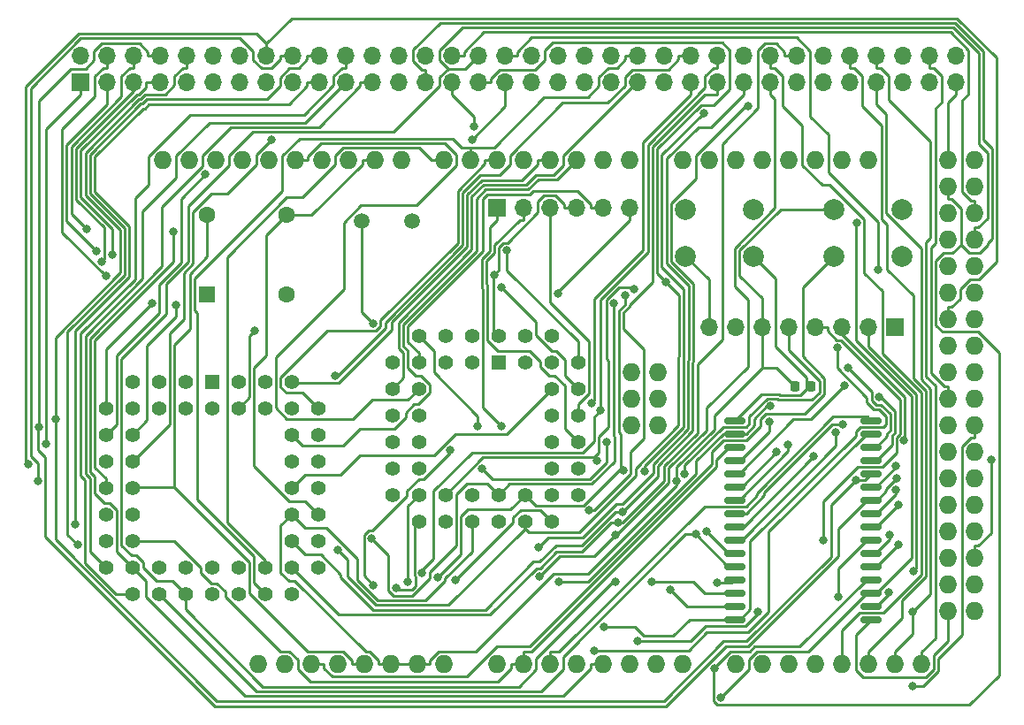
<source format=gbr>
%TF.GenerationSoftware,KiCad,Pcbnew,(6.0.2)*%
%TF.CreationDate,2022-08-12T14:47:39-07:00*%
%TF.ProjectId,Mega68k,4d656761-3638-46b2-9e6b-696361645f70,rev?*%
%TF.SameCoordinates,Original*%
%TF.FileFunction,Copper,L2,Bot*%
%TF.FilePolarity,Positive*%
%FSLAX46Y46*%
G04 Gerber Fmt 4.6, Leading zero omitted, Abs format (unit mm)*
G04 Created by KiCad (PCBNEW (6.0.2)) date 2022-08-12 14:47:39*
%MOMM*%
%LPD*%
G01*
G04 APERTURE LIST*
G04 Aperture macros list*
%AMRoundRect*
0 Rectangle with rounded corners*
0 $1 Rounding radius*
0 $2 $3 $4 $5 $6 $7 $8 $9 X,Y pos of 4 corners*
0 Add a 4 corners polygon primitive as box body*
4,1,4,$2,$3,$4,$5,$6,$7,$8,$9,$2,$3,0*
0 Add four circle primitives for the rounded corners*
1,1,$1+$1,$2,$3*
1,1,$1+$1,$4,$5*
1,1,$1+$1,$6,$7*
1,1,$1+$1,$8,$9*
0 Add four rect primitives between the rounded corners*
20,1,$1+$1,$2,$3,$4,$5,0*
20,1,$1+$1,$4,$5,$6,$7,0*
20,1,$1+$1,$6,$7,$8,$9,0*
20,1,$1+$1,$8,$9,$2,$3,0*%
G04 Aperture macros list end*
%TA.AperFunction,ComponentPad*%
%ADD10C,2.000000*%
%TD*%
%TA.AperFunction,ComponentPad*%
%ADD11R,1.600000X1.600000*%
%TD*%
%TA.AperFunction,ComponentPad*%
%ADD12C,1.600000*%
%TD*%
%TA.AperFunction,ComponentPad*%
%ADD13C,1.500000*%
%TD*%
%TA.AperFunction,ComponentPad*%
%ADD14R,1.422400X1.422400*%
%TD*%
%TA.AperFunction,ComponentPad*%
%ADD15C,1.422400*%
%TD*%
%TA.AperFunction,ComponentPad*%
%ADD16R,1.700000X1.700000*%
%TD*%
%TA.AperFunction,ComponentPad*%
%ADD17O,1.700000X1.700000*%
%TD*%
%TA.AperFunction,ComponentPad*%
%ADD18O,1.727200X1.727200*%
%TD*%
%TA.AperFunction,SMDPad,CuDef*%
%ADD19RoundRect,0.150000X0.875000X0.150000X-0.875000X0.150000X-0.875000X-0.150000X0.875000X-0.150000X0*%
%TD*%
%TA.AperFunction,SMDPad,CuDef*%
%ADD20RoundRect,0.225000X0.225000X0.250000X-0.225000X0.250000X-0.225000X-0.250000X0.225000X-0.250000X0*%
%TD*%
%TA.AperFunction,ViaPad*%
%ADD21C,0.800000*%
%TD*%
%TA.AperFunction,Conductor*%
%ADD22C,0.250000*%
%TD*%
G04 APERTURE END LIST*
D10*
%TO.P,SW2,1,1*%
%TO.N,/CPU_RST*%
X117044400Y-65364800D03*
X123544400Y-65364800D03*
%TO.P,SW2,2,2*%
%TO.N,VCC*%
X117044400Y-69864800D03*
X123544400Y-69864800D03*
%TD*%
D11*
%TO.P,X1,1,EN*%
%TO.N,unconnected-(X1-Pad1)*%
X71221600Y-73558400D03*
D12*
%TO.P,X1,4,GND*%
%TO.N,GND*%
X78841600Y-73558400D03*
%TO.P,X1,5,OUT*%
%TO.N,/CPU_CLK*%
X78841600Y-65938400D03*
%TO.P,X1,8,Vcc*%
%TO.N,VCC*%
X71221600Y-65938400D03*
%TD*%
D13*
%TO.P,Y1,1,1*%
%TO.N,/68681_X2*%
X90892800Y-66522600D03*
%TO.P,Y1,2,2*%
%TO.N,/68681_X1*%
X86012800Y-66522600D03*
%TD*%
D14*
%TO.P,U2,1,NC*%
%TO.N,unconnected-(U2-Pad1)*%
X99136200Y-80010000D03*
D15*
%TO.P,U2,2,A1*%
%TO.N,/A0*%
X96596200Y-77470000D03*
%TO.P,U2,3,IP3*%
%TO.N,/IP3*%
X96596200Y-80010000D03*
%TO.P,U2,4,A2*%
%TO.N,/A1*%
X94056200Y-77470000D03*
%TO.P,U2,5,IP1*%
%TO.N,/CTSB*%
X94056200Y-80010000D03*
%TO.P,U2,6,A3*%
%TO.N,/A2*%
X91516200Y-77470000D03*
%TO.P,U2,7,A4*%
%TO.N,/A3*%
X88976200Y-80010000D03*
%TO.P,U2,8,IP0*%
%TO.N,/CTSA*%
X91516200Y-80010000D03*
%TO.P,U2,9,R/~{W}*%
%TO.N,/R~{W}*%
X88976200Y-82550000D03*
%TO.P,U2,10,~{DTACK}*%
%TO.N,/~{DTACK_UART}*%
X91516200Y-82550000D03*
%TO.P,U2,11,RxDB*%
%TO.N,/RxDB*%
X88976200Y-85090000D03*
%TO.P,U2,12,NC*%
%TO.N,unconnected-(U2-Pad12)*%
X91516200Y-85090000D03*
%TO.P,U2,13,TxDB*%
%TO.N,/TxDB*%
X88976200Y-87630000D03*
%TO.P,U2,14,OP1*%
%TO.N,/OP1*%
X91516200Y-87630000D03*
%TO.P,U2,15,OP3*%
%TO.N,/OP3*%
X88976200Y-90170000D03*
%TO.P,U2,16,OP5*%
%TO.N,/OP5*%
X91516200Y-90170000D03*
%TO.P,U2,17,OP7*%
%TO.N,/OP7*%
X88976200Y-92710000D03*
%TO.P,U2,18,D1*%
%TO.N,/D1*%
X91516200Y-95250000D03*
%TO.P,U2,19,D3*%
%TO.N,/D3*%
X91516200Y-92710000D03*
%TO.P,U2,20,D5*%
%TO.N,/D5*%
X94056200Y-95250000D03*
%TO.P,U2,21,D7*%
%TO.N,/D7*%
X94056200Y-92710000D03*
%TO.P,U2,22,GND*%
%TO.N,GND*%
X96596200Y-95250000D03*
%TO.P,U2,23,NC*%
%TO.N,unconnected-(U2-Pad23)*%
X96596200Y-92710000D03*
%TO.P,U2,24,~{INTRN}*%
%TO.N,/~{IPL2}*%
X99136200Y-95250000D03*
%TO.P,U2,25,D6*%
%TO.N,/D6*%
X99136200Y-92710000D03*
%TO.P,U2,26,D4*%
%TO.N,/D4*%
X101676200Y-95250000D03*
%TO.P,U2,27,D2*%
%TO.N,/D2*%
X101676200Y-92710000D03*
%TO.P,U2,28,D0*%
%TO.N,/D0*%
X104216200Y-95250000D03*
%TO.P,U2,29,OP6*%
%TO.N,/OP6*%
X106756200Y-92710000D03*
%TO.P,U2,30,OP4*%
%TO.N,/OP4*%
X104216200Y-92710000D03*
%TO.P,U2,31,OP2*%
%TO.N,/RTSB*%
X106756200Y-90170000D03*
%TO.P,U2,32,OP0*%
%TO.N,/RTSA*%
X104216200Y-90170000D03*
%TO.P,U2,33,TxDA*%
%TO.N,/TxDA*%
X106756200Y-87630000D03*
%TO.P,U2,34,NC*%
%TO.N,unconnected-(U2-Pad34)*%
X104216200Y-87630000D03*
%TO.P,U2,35,RxDA*%
%TO.N,/RxDA*%
X106756200Y-85090000D03*
%TO.P,U2,36,X1/CLK*%
%TO.N,/68681_X1*%
X104216200Y-85090000D03*
%TO.P,U2,37,X2*%
%TO.N,/68681_X2*%
X106756200Y-82550000D03*
%TO.P,U2,38,~{RESET}*%
%TO.N,/~{RESET}*%
X104216200Y-82550000D03*
%TO.P,U2,39,~{CS}*%
%TO.N,/~{UART_SEL}*%
X106756200Y-80010000D03*
%TO.P,U2,40,IP2*%
%TO.N,/IP2*%
X104216200Y-77470000D03*
%TO.P,U2,41,~{IACK}*%
%TO.N,unconnected-(U2-Pad41)*%
X104216200Y-80010000D03*
%TO.P,U2,42,IP5*%
%TO.N,/IP5*%
X101676200Y-77470000D03*
%TO.P,U2,43,IP4*%
%TO.N,/IP4*%
X101676200Y-80010000D03*
%TO.P,U2,44,Vcc*%
%TO.N,VCC*%
X99136200Y-77470000D03*
%TD*%
D16*
%TO.P,J3,1,Pin_1*%
%TO.N,unconnected-(J3-Pad1)*%
X137083800Y-76682600D03*
D17*
%TO.P,J3,2,Pin_2*%
%TO.N,/SDCS*%
X134543800Y-76682600D03*
%TO.P,J3,3,Pin_3*%
%TO.N,/SDD1*%
X132003800Y-76682600D03*
%TO.P,J3,4,Pin_4*%
%TO.N,/SDD0*%
X129463800Y-76682600D03*
%TO.P,J3,5,Pin_5*%
%TO.N,/SDCLK*%
X126923800Y-76682600D03*
%TO.P,J3,6,Pin_6*%
%TO.N,GND*%
X124383800Y-76682600D03*
%TO.P,J3,7,Pin_7*%
%TO.N,unconnected-(J3-Pad7)*%
X121843800Y-76682600D03*
%TO.P,J3,8,Pin_8*%
%TO.N,VCC*%
X119303800Y-76682600D03*
%TD*%
%TO.P,J4,68,Pin_68*%
%TO.N,VCC*%
X142961200Y-50652600D03*
%TO.P,J4,67,Pin_67*%
X142961200Y-53192600D03*
%TO.P,J4,66,Pin_66*%
%TO.N,/~{OE}*%
X140421200Y-50652600D03*
%TO.P,J4,65,Pin_65*%
%TO.N,/~{RAM_WE}*%
X140421200Y-53192600D03*
%TO.P,J4,64,Pin_64*%
%TO.N,/~{RAM_SEL}*%
X137881200Y-50652600D03*
%TO.P,J4,63,Pin_63*%
%TO.N,/~{ROM_SEL}*%
X137881200Y-53192600D03*
%TO.P,J4,62,Pin_62*%
%TO.N,/FC2*%
X135341200Y-50652600D03*
%TO.P,J4,61,Pin_61*%
%TO.N,/FC1*%
X135341200Y-53192600D03*
%TO.P,J4,60,Pin_60*%
%TO.N,/FC0*%
X132801200Y-50652600D03*
%TO.P,J4,59,Pin_59*%
%TO.N,/~{IPL2}*%
X132801200Y-53192600D03*
%TO.P,J4,58,Pin_58*%
%TO.N,/~{IPL1}*%
X130261200Y-50652600D03*
%TO.P,J4,57,Pin_57*%
%TO.N,/~{IPL0}*%
X130261200Y-53192600D03*
%TO.P,J4,56,Pin_56*%
%TO.N,/~{BG}*%
X127721200Y-50652600D03*
%TO.P,J4,55,Pin_55*%
%TO.N,/~{BR}*%
X127721200Y-53192600D03*
%TO.P,J4,54,Pin_54*%
%TO.N,/~{VPA}*%
X125181200Y-50652600D03*
%TO.P,J4,53,Pin_53*%
%TO.N,/~{BGACK}*%
X125181200Y-53192600D03*
%TO.P,J4,52,Pin_52*%
%TO.N,unconnected-(J4-Pad52)*%
X122641200Y-50652600D03*
%TO.P,J4,51,Pin_51*%
%TO.N,/E*%
X122641200Y-53192600D03*
%TO.P,J4,50,Pin_50*%
%TO.N,/~{DTACK}*%
X120101200Y-50652600D03*
%TO.P,J4,49,Pin_49*%
%TO.N,/~{BERR}*%
X120101200Y-53192600D03*
%TO.P,J4,48,Pin_48*%
%TO.N,/~{HALT}*%
X117561200Y-50652600D03*
%TO.P,J4,47,Pin_47*%
%TO.N,/~{RESET}*%
X117561200Y-53192600D03*
%TO.P,J4,46,Pin_46*%
%TO.N,/~{DS}*%
X115021200Y-50652600D03*
%TO.P,J4,45,Pin_45*%
%TO.N,unconnected-(J4-Pad45)*%
X115021200Y-53192600D03*
%TO.P,J4,44,Pin_44*%
%TO.N,/~{AS}*%
X112481200Y-50652600D03*
%TO.P,J4,43,Pin_43*%
%TO.N,/R~{W}*%
X112481200Y-53192600D03*
%TO.P,J4,42,Pin_42*%
%TO.N,/CPU_CLK*%
X109941200Y-50652600D03*
%TO.P,J4,41,Pin_41*%
%TO.N,unconnected-(J4-Pad41)*%
X109941200Y-53192600D03*
%TO.P,J4,40,Pin_40*%
%TO.N,unconnected-(J4-Pad40)*%
X107401200Y-50652600D03*
%TO.P,J4,39,Pin_39*%
%TO.N,unconnected-(J4-Pad39)*%
X107401200Y-53192600D03*
%TO.P,J4,38,Pin_38*%
%TO.N,unconnected-(J4-Pad38)*%
X104861200Y-50652600D03*
%TO.P,J4,37,Pin_37*%
%TO.N,unconnected-(J4-Pad37)*%
X104861200Y-53192600D03*
%TO.P,J4,36,Pin_36*%
%TO.N,unconnected-(J4-Pad36)*%
X102321200Y-50652600D03*
%TO.P,J4,35,Pin_35*%
%TO.N,unconnected-(J4-Pad35)*%
X102321200Y-53192600D03*
%TO.P,J4,34,Pin_34*%
%TO.N,/D7*%
X99781200Y-50652600D03*
%TO.P,J4,33,Pin_33*%
%TO.N,/D6*%
X99781200Y-53192600D03*
%TO.P,J4,32,Pin_32*%
%TO.N,/D5*%
X97241200Y-50652600D03*
%TO.P,J4,31,Pin_31*%
%TO.N,/D4*%
X97241200Y-53192600D03*
%TO.P,J4,30,Pin_30*%
%TO.N,/D3*%
X94701200Y-50652600D03*
%TO.P,J4,29,Pin_29*%
%TO.N,/D2*%
X94701200Y-53192600D03*
%TO.P,J4,28,Pin_28*%
%TO.N,/D1*%
X92161200Y-50652600D03*
%TO.P,J4,27,Pin_27*%
%TO.N,/D0*%
X92161200Y-53192600D03*
%TO.P,J4,26,Pin_26*%
%TO.N,unconnected-(J4-Pad26)*%
X89621200Y-50652600D03*
%TO.P,J4,25,Pin_25*%
%TO.N,unconnected-(J4-Pad25)*%
X89621200Y-53192600D03*
%TO.P,J4,24,Pin_24*%
%TO.N,/A21*%
X87081200Y-50652600D03*
%TO.P,J4,23,Pin_23*%
%TO.N,/A20*%
X87081200Y-53192600D03*
%TO.P,J4,22,Pin_22*%
%TO.N,/A19*%
X84541200Y-50652600D03*
%TO.P,J4,21,Pin_21*%
%TO.N,/A18*%
X84541200Y-53192600D03*
%TO.P,J4,20,Pin_20*%
%TO.N,/A17*%
X82001200Y-50652600D03*
%TO.P,J4,19,Pin_19*%
%TO.N,/A16*%
X82001200Y-53192600D03*
%TO.P,J4,18,Pin_18*%
%TO.N,/A15*%
X79461200Y-50652600D03*
%TO.P,J4,17,Pin_17*%
%TO.N,/A14*%
X79461200Y-53192600D03*
%TO.P,J4,16,Pin_16*%
%TO.N,/A13*%
X76921200Y-50652600D03*
%TO.P,J4,15,Pin_15*%
%TO.N,/A12*%
X76921200Y-53192600D03*
%TO.P,J4,14,Pin_14*%
%TO.N,/A11*%
X74381200Y-50652600D03*
%TO.P,J4,13,Pin_13*%
%TO.N,/A10*%
X74381200Y-53192600D03*
%TO.P,J4,12,Pin_12*%
%TO.N,/A9*%
X71841200Y-50652600D03*
%TO.P,J4,11,Pin_11*%
%TO.N,/A8*%
X71841200Y-53192600D03*
%TO.P,J4,10,Pin_10*%
%TO.N,/A7*%
X69301200Y-50652600D03*
%TO.P,J4,9,Pin_9*%
%TO.N,/A6*%
X69301200Y-53192600D03*
%TO.P,J4,8,Pin_8*%
%TO.N,/A5*%
X66761200Y-50652600D03*
%TO.P,J4,7,Pin_7*%
%TO.N,/A4*%
X66761200Y-53192600D03*
%TO.P,J4,6,Pin_6*%
%TO.N,/A3*%
X64221200Y-50652600D03*
%TO.P,J4,5,Pin_5*%
%TO.N,/A2*%
X64221200Y-53192600D03*
%TO.P,J4,4,Pin_4*%
%TO.N,/A1*%
X61681200Y-50652600D03*
%TO.P,J4,3,Pin_3*%
%TO.N,/A0*%
X61681200Y-53192600D03*
%TO.P,J4,2,Pin_2*%
%TO.N,GND*%
X59141200Y-50652600D03*
D16*
%TO.P,J4,1,Pin_1*%
X59141200Y-53192600D03*
%TD*%
D14*
%TO.P,IC1,1,A2*%
%TO.N,/A2*%
X71704200Y-81889600D03*
D15*
%TO.P,IC1,2,A3*%
%TO.N,/A3*%
X71704200Y-84429600D03*
%TO.P,IC1,3,A4*%
%TO.N,/A4*%
X69164200Y-81889600D03*
%TO.P,IC1,4,A5*%
%TO.N,/A5*%
X69164200Y-84429600D03*
%TO.P,IC1,5,A6*%
%TO.N,/A6*%
X66624200Y-81889600D03*
%TO.P,IC1,6,A7*%
%TO.N,/A7*%
X66624200Y-84429600D03*
%TO.P,IC1,7,A8*%
%TO.N,/A8*%
X64084200Y-81889600D03*
%TO.P,IC1,8,A9*%
%TO.N,/A9*%
X61544200Y-84429600D03*
%TO.P,IC1,9,A10*%
%TO.N,/A10*%
X64084200Y-84429600D03*
%TO.P,IC1,10,A11*%
%TO.N,/A11*%
X61544200Y-86969600D03*
%TO.P,IC1,11,A12*%
%TO.N,/A12*%
X64084200Y-86969600D03*
%TO.P,IC1,12,A13*%
%TO.N,/A13*%
X61544200Y-89509600D03*
%TO.P,IC1,13,A21*%
%TO.N,/A21*%
X64084200Y-89509600D03*
%TO.P,IC1,14,A14*%
%TO.N,/A14*%
X61544200Y-92049600D03*
%TO.P,IC1,15,VCC*%
%TO.N,VCC*%
X64084200Y-92049600D03*
%TO.P,IC1,16,A15*%
%TO.N,/A15*%
X61544200Y-94589600D03*
%TO.P,IC1,17,GND_1*%
%TO.N,GND*%
X64084200Y-94589600D03*
%TO.P,IC1,18,A16*%
%TO.N,/A16*%
X61544200Y-97129600D03*
%TO.P,IC1,19,A17*%
%TO.N,/A17*%
X64084200Y-97129600D03*
%TO.P,IC1,20,A18*%
%TO.N,/A18*%
X61544200Y-99669600D03*
%TO.P,IC1,21,A19*%
%TO.N,/A19*%
X64084200Y-102209600D03*
%TO.P,IC1,22,A20*%
%TO.N,/A20*%
X64084200Y-99669600D03*
%TO.P,IC1,23,D7*%
%TO.N,/D7*%
X66624200Y-102209600D03*
%TO.P,IC1,24,D6*%
%TO.N,/D6*%
X66624200Y-99669600D03*
%TO.P,IC1,25,D5*%
%TO.N,/D5*%
X69164200Y-102209600D03*
%TO.P,IC1,26,D4*%
%TO.N,/D4*%
X69164200Y-99669600D03*
%TO.P,IC1,27,D3*%
%TO.N,/D3*%
X71704200Y-102209600D03*
%TO.P,IC1,28,D2*%
%TO.N,/D2*%
X71704200Y-99669600D03*
%TO.P,IC1,29,D1*%
%TO.N,/D1*%
X74244200Y-102209600D03*
%TO.P,IC1,30,D0*%
%TO.N,/D0*%
X74244200Y-99669600D03*
%TO.P,IC1,31,~{AS}*%
%TO.N,/~{AS}*%
X76784200Y-102209600D03*
%TO.P,IC1,32,~{DS}*%
%TO.N,/~{DS}*%
X76784200Y-99669600D03*
%TO.P,IC1,33,R/~{W}*%
%TO.N,/R~{W}*%
X79324200Y-102209600D03*
%TO.P,IC1,34,~{DTACK}*%
%TO.N,/~{DTACK}*%
X81864200Y-99669600D03*
%TO.P,IC1,35,~{BG}*%
%TO.N,/~{BG}*%
X79324200Y-99669600D03*
%TO.P,IC1,36,~{BGACK}*%
%TO.N,/~{BGACK}*%
X81864200Y-97129600D03*
%TO.P,IC1,37,~{BR}*%
%TO.N,/~{BR}*%
X79324200Y-97129600D03*
%TO.P,IC1,38,CLK*%
%TO.N,/CPU_CLK*%
X81864200Y-94589600D03*
%TO.P,IC1,39,GND_2*%
%TO.N,GND*%
X79324200Y-94589600D03*
%TO.P,IC1,40,~{HALT}*%
%TO.N,/~{HALT}*%
X81864200Y-92049600D03*
%TO.P,IC1,41,~{RESET}*%
%TO.N,/~{RESET}*%
X79324200Y-92049600D03*
%TO.P,IC1,42,E*%
%TO.N,/E*%
X81864200Y-89509600D03*
%TO.P,IC1,43,~{VPA}*%
%TO.N,/~{VPA}*%
X79324200Y-89509600D03*
%TO.P,IC1,44,~{BERR}*%
%TO.N,/~{BERR}*%
X81864200Y-86969600D03*
%TO.P,IC1,45,~{IPL1}*%
%TO.N,/~{IPL1}*%
X79324200Y-86969600D03*
%TO.P,IC1,46,~{IPL2}*%
%TO.N,/~{IPL2}*%
X81864200Y-84429600D03*
%TO.P,IC1,47,~{IPL0}*%
%TO.N,/~{IPL0}*%
X79324200Y-81889600D03*
%TO.P,IC1,48,FC2*%
%TO.N,/FC2*%
X79324200Y-84429600D03*
%TO.P,IC1,49,FC1*%
%TO.N,/FC1*%
X76784200Y-81889600D03*
%TO.P,IC1,50,FC0*%
%TO.N,/FC0*%
X76784200Y-84429600D03*
%TO.P,IC1,51,A0*%
%TO.N,/A0*%
X74244200Y-81889600D03*
%TO.P,IC1,52,A1*%
%TO.N,/A1*%
X74244200Y-84429600D03*
%TD*%
D18*
%TO.P,XA1,*%
%TO.N,*%
X76149200Y-108940600D03*
%TO.P,XA1,3V3,3.3V*%
%TO.N,unconnected-(XA1-Pad3V3)*%
X83769200Y-108940600D03*
%TO.P,XA1,5V1,5V*%
%TO.N,VCC*%
X86309200Y-108940600D03*
%TO.P,XA1,5V2,SPI_5V*%
%TO.N,unconnected-(XA1-Pad5V2)*%
X114376200Y-81000600D03*
%TO.P,XA1,5V3,5V*%
%TO.N,VCC*%
X142189200Y-60680600D03*
%TO.P,XA1,5V4,5V*%
X144729200Y-60680600D03*
%TO.P,XA1,A0,A0*%
%TO.N,/A16*%
X99009200Y-108940600D03*
%TO.P,XA1,A1,A1*%
%TO.N,/A17*%
X101549200Y-108940600D03*
%TO.P,XA1,A2,A2*%
%TO.N,/A18*%
X104089200Y-108940600D03*
%TO.P,XA1,A3,A3*%
%TO.N,/A19*%
X106629200Y-108940600D03*
%TO.P,XA1,A4,A4*%
%TO.N,/A20*%
X109169200Y-108940600D03*
%TO.P,XA1,A5,A5*%
%TO.N,/A21*%
X111709200Y-108940600D03*
%TO.P,XA1,A6,A6*%
%TO.N,/E*%
X114249200Y-108940600D03*
%TO.P,XA1,A7,A7*%
%TO.N,unconnected-(XA1-PadA7)*%
X116789200Y-108940600D03*
%TO.P,XA1,A8,A8*%
%TO.N,/~{BGACK}*%
X121869200Y-108940600D03*
%TO.P,XA1,A9,A9*%
%TO.N,/~{BERR}*%
X124409200Y-108940600D03*
%TO.P,XA1,A10,A10*%
%TO.N,/~{BG}*%
X126949200Y-108940600D03*
%TO.P,XA1,A11,A11*%
%TO.N,/~{BR}*%
X129489200Y-108940600D03*
%TO.P,XA1,A12,A12*%
%TO.N,/~{VPA}*%
X132029200Y-108940600D03*
%TO.P,XA1,A13,A13*%
%TO.N,/FC0*%
X134569200Y-108940600D03*
%TO.P,XA1,A14,A14*%
%TO.N,/FC1*%
X137109200Y-108940600D03*
%TO.P,XA1,A15,A15*%
%TO.N,/FC2*%
X139649200Y-108940600D03*
%TO.P,XA1,AREF,AREF*%
%TO.N,unconnected-(XA1-PadAREF)*%
X72085200Y-60680600D03*
%TO.P,XA1,D0,D0_RX0*%
%TO.N,unconnected-(XA1-PadD0)*%
X111709200Y-60680600D03*
%TO.P,XA1,D1,D1_TX0*%
%TO.N,unconnected-(XA1-PadD1)*%
X109169200Y-60680600D03*
%TO.P,XA1,D2,D2_INT0*%
%TO.N,/~{IPL1}*%
X106629200Y-60680600D03*
%TO.P,XA1,D3,D3_INT1*%
%TO.N,/~{IPL0}*%
X104089200Y-60680600D03*
%TO.P,XA1,D4,D4*%
%TO.N,/CPU_RST*%
X101549200Y-60680600D03*
%TO.P,XA1,D5,D5*%
%TO.N,/~{IPL2}*%
X99009200Y-60680600D03*
%TO.P,XA1,D6,D6*%
%TO.N,/~{AS}*%
X96469200Y-60680600D03*
%TO.P,XA1,D7,D7*%
%TO.N,/~{DS}*%
X93929200Y-60680600D03*
%TO.P,XA1,D8,D8*%
%TO.N,/R~{W}*%
X89865200Y-60680600D03*
%TO.P,XA1,D9,D9*%
%TO.N,/CPU_CLK*%
X87325200Y-60680600D03*
%TO.P,XA1,D10,D10*%
%TO.N,/~{UART_SEL}*%
X84785200Y-60680600D03*
%TO.P,XA1,D11,D11*%
%TO.N,/~{RAM_SEL}*%
X82245200Y-60680600D03*
%TO.P,XA1,D12,D12*%
%TO.N,/~{DTACK_UART}*%
X79705200Y-60680600D03*
%TO.P,XA1,D13,D13*%
%TO.N,/~{RAM_WE}*%
X77165200Y-60680600D03*
%TO.P,XA1,D14,D14_TX3*%
%TO.N,unconnected-(XA1-PadD14)*%
X116789200Y-60680600D03*
%TO.P,XA1,D15,D15_RX3*%
%TO.N,unconnected-(XA1-PadD15)*%
X119329200Y-60680600D03*
%TO.P,XA1,D16,D16_TX2*%
%TO.N,unconnected-(XA1-PadD16)*%
X121869200Y-60680600D03*
%TO.P,XA1,D17,D17_RX2*%
%TO.N,unconnected-(XA1-PadD17)*%
X124409200Y-60680600D03*
%TO.P,XA1,D18,D18_TX1*%
%TO.N,unconnected-(XA1-PadD18)*%
X126949200Y-60680600D03*
%TO.P,XA1,D19,D19_RX1*%
%TO.N,unconnected-(XA1-PadD19)*%
X129489200Y-60680600D03*
%TO.P,XA1,D20,D20_SDA*%
%TO.N,unconnected-(XA1-PadD20)*%
X132029200Y-60680600D03*
%TO.P,XA1,D21,D21_SCL*%
%TO.N,unconnected-(XA1-PadD21)*%
X134569200Y-60680600D03*
%TO.P,XA1,D22,D22*%
%TO.N,/D0*%
X142189200Y-63220600D03*
%TO.P,XA1,D23,D23*%
%TO.N,/D1*%
X144729200Y-63220600D03*
%TO.P,XA1,D24,D24*%
%TO.N,/D2*%
X142189200Y-65760600D03*
%TO.P,XA1,D25,D25*%
%TO.N,/D3*%
X144729200Y-65760600D03*
%TO.P,XA1,D26,D26*%
%TO.N,/D4*%
X142189200Y-68300600D03*
%TO.P,XA1,D27,D27*%
%TO.N,/D5*%
X144729200Y-68300600D03*
%TO.P,XA1,D28,D28*%
%TO.N,/D6*%
X142189200Y-70840600D03*
%TO.P,XA1,D29,D29*%
%TO.N,/D7*%
X144729200Y-70840600D03*
%TO.P,XA1,D30,D30*%
%TO.N,/A15*%
X142189200Y-73380600D03*
%TO.P,XA1,D31,D31*%
%TO.N,/A14*%
X144729200Y-73380600D03*
%TO.P,XA1,D32,D32*%
%TO.N,/A13*%
X142189200Y-75920600D03*
%TO.P,XA1,D33,D33*%
%TO.N,/A12*%
X144729200Y-75920600D03*
%TO.P,XA1,D34,D34*%
%TO.N,/A11*%
X142189200Y-78460600D03*
%TO.P,XA1,D35,D35*%
%TO.N,/A10*%
X144729200Y-78460600D03*
%TO.P,XA1,D36,D36*%
%TO.N,/A9*%
X142189200Y-81000600D03*
%TO.P,XA1,D37,D37*%
%TO.N,/A8*%
X144729200Y-81000600D03*
%TO.P,XA1,D38,D38*%
%TO.N,/~{OE}*%
X142189200Y-83540600D03*
%TO.P,XA1,D39,D39*%
%TO.N,/~{DTACK}*%
X144729200Y-83540600D03*
%TO.P,XA1,D40,D40*%
%TO.N,/~{RESET}*%
X142189200Y-86080600D03*
%TO.P,XA1,D41,D41*%
%TO.N,/~{HALT}*%
X144729200Y-86080600D03*
%TO.P,XA1,D42,D42*%
%TO.N,/A7*%
X142189200Y-88620600D03*
%TO.P,XA1,D43,D43*%
%TO.N,/A6*%
X144729200Y-88620600D03*
%TO.P,XA1,D44,D44*%
%TO.N,/A5*%
X142189200Y-91160600D03*
%TO.P,XA1,D45,D45*%
%TO.N,/A4*%
X144729200Y-91160600D03*
%TO.P,XA1,D46,D46*%
%TO.N,/A3*%
X142189200Y-93700600D03*
%TO.P,XA1,D47,D47*%
%TO.N,/A2*%
X144729200Y-93700600D03*
%TO.P,XA1,D48,D48*%
%TO.N,/A1*%
X142189200Y-96240600D03*
%TO.P,XA1,D49,D49*%
%TO.N,/A0*%
X144729200Y-96240600D03*
%TO.P,XA1,D50,D50*%
%TO.N,/SDD0*%
X142189200Y-98780600D03*
%TO.P,XA1,D51,D51*%
%TO.N,/SDD1*%
X144729200Y-98780600D03*
%TO.P,XA1,D52,D52*%
%TO.N,/SDCLK*%
X142189200Y-101320600D03*
%TO.P,XA1,D53,D53_SS*%
%TO.N,/SDCS*%
X144729200Y-101320600D03*
%TO.P,XA1,GND1,GND*%
%TO.N,GND*%
X74625200Y-60680600D03*
%TO.P,XA1,GND2,GND*%
X88849200Y-108940600D03*
%TO.P,XA1,GND3,GND*%
X91389200Y-108940600D03*
%TO.P,XA1,GND4,SPI_GND*%
%TO.N,unconnected-(XA1-PadGND4)*%
X114376200Y-86080600D03*
%TO.P,XA1,GND5,GND*%
%TO.N,GND*%
X142189200Y-103860600D03*
%TO.P,XA1,GND6,GND*%
X144729200Y-103860600D03*
%TO.P,XA1,IORF,IOREF*%
%TO.N,unconnected-(XA1-PadIORF)*%
X78689200Y-108940600D03*
%TO.P,XA1,MISO,SPI_MISO*%
%TO.N,unconnected-(XA1-PadMISO)*%
X111836200Y-81000600D03*
%TO.P,XA1,MOSI,SPI_MOSI*%
%TO.N,unconnected-(XA1-PadMOSI)*%
X114376200Y-83540600D03*
%TO.P,XA1,RST1,RESET*%
%TO.N,/~{ARD_RESET}*%
X81229200Y-108940600D03*
%TO.P,XA1,RST2,SPI_RESET*%
%TO.N,unconnected-(XA1-PadRST2)*%
X111836200Y-86080600D03*
%TO.P,XA1,SCK,SPI_SCK*%
%TO.N,unconnected-(XA1-PadSCK)*%
X111836200Y-83540600D03*
%TO.P,XA1,SCL,SCL*%
%TO.N,unconnected-(XA1-PadSCL)*%
X67005200Y-60680600D03*
%TO.P,XA1,SDA,SDA*%
%TO.N,unconnected-(XA1-PadSDA)*%
X69545200Y-60680600D03*
%TO.P,XA1,VIN,VIN*%
%TO.N,unconnected-(XA1-PadVIN)*%
X93929200Y-108940600D03*
%TD*%
D10*
%TO.P,SW1,1,1*%
%TO.N,GND*%
X137741800Y-65364800D03*
X131241800Y-65364800D03*
%TO.P,SW1,2,2*%
%TO.N,/~{ARD_RESET}*%
X137741800Y-69864800D03*
X131241800Y-69864800D03*
%TD*%
D16*
%TO.P,J5,1,Pin_1*%
%TO.N,/RTSA*%
X98983800Y-65227200D03*
D17*
%TO.P,J5,2,Pin_2*%
%TO.N,/TxDA*%
X101523800Y-65227200D03*
%TO.P,J5,3,Pin_3*%
%TO.N,/RxDA*%
X104063800Y-65227200D03*
%TO.P,J5,4,Pin_4*%
%TO.N,VCC*%
X106603800Y-65227200D03*
%TO.P,J5,5,Pin_5*%
%TO.N,/CTSA*%
X109143800Y-65227200D03*
%TO.P,J5,6,Pin_6*%
%TO.N,GND*%
X111683800Y-65227200D03*
%TD*%
D19*
%TO.P,U1,1,A18*%
%TO.N,/A18*%
X134845400Y-85598000D03*
%TO.P,U1,2,A16*%
%TO.N,/A16*%
X134845400Y-86868000D03*
%TO.P,U1,3,A14*%
%TO.N,/A14*%
X134845400Y-88138000D03*
%TO.P,U1,4,A12*%
%TO.N,/A12*%
X134845400Y-89408000D03*
%TO.P,U1,5,A7*%
%TO.N,/A7*%
X134845400Y-90678000D03*
%TO.P,U1,6,A6*%
%TO.N,/A6*%
X134845400Y-91948000D03*
%TO.P,U1,7,A5*%
%TO.N,/A5*%
X134845400Y-93218000D03*
%TO.P,U1,8,A4*%
%TO.N,/A4*%
X134845400Y-94488000D03*
%TO.P,U1,9,A3*%
%TO.N,/A3*%
X134845400Y-95758000D03*
%TO.P,U1,10,A2*%
%TO.N,/A2*%
X134845400Y-97028000D03*
%TO.P,U1,11,A1*%
%TO.N,/A1*%
X134845400Y-98298000D03*
%TO.P,U1,12,A0*%
%TO.N,/A0*%
X134845400Y-99568000D03*
%TO.P,U1,13,DQ0*%
%TO.N,/D0*%
X134845400Y-100838000D03*
%TO.P,U1,14,DQ1*%
%TO.N,/D1*%
X134845400Y-102108000D03*
%TO.P,U1,15,DQ2*%
%TO.N,/D2*%
X134845400Y-103378000D03*
%TO.P,U1,16,VSS*%
%TO.N,GND*%
X134845400Y-104648000D03*
%TO.P,U1,17,DQ3*%
%TO.N,/D3*%
X121745400Y-104648000D03*
%TO.P,U1,18,DQ4*%
%TO.N,/D4*%
X121745400Y-103378000D03*
%TO.P,U1,19,DQ5*%
%TO.N,/D5*%
X121745400Y-102108000D03*
%TO.P,U1,20,DQ6*%
%TO.N,/D6*%
X121745400Y-100838000D03*
%TO.P,U1,21,DQ7*%
%TO.N,/D7*%
X121745400Y-99568000D03*
%TO.P,U1,22,CE#*%
%TO.N,/~{RAM_SEL}*%
X121745400Y-98298000D03*
%TO.P,U1,23,A10*%
%TO.N,/A10*%
X121745400Y-97028000D03*
%TO.P,U1,24,OE#*%
%TO.N,/~{OE}*%
X121745400Y-95758000D03*
%TO.P,U1,25,A11*%
%TO.N,/A11*%
X121745400Y-94488000D03*
%TO.P,U1,26,A9*%
%TO.N,/A9*%
X121745400Y-93218000D03*
%TO.P,U1,27,A8*%
%TO.N,/A8*%
X121745400Y-91948000D03*
%TO.P,U1,28,A13*%
%TO.N,/A13*%
X121745400Y-90678000D03*
%TO.P,U1,29,WE#*%
%TO.N,/~{RAM_WE}*%
X121745400Y-89408000D03*
%TO.P,U1,30,A17*%
%TO.N,/A17*%
X121745400Y-88138000D03*
%TO.P,U1,31,A15*%
%TO.N,/A15*%
X121745400Y-86868000D03*
%TO.P,U1,32,VCC*%
%TO.N,VCC*%
X121745400Y-85598000D03*
%TD*%
D20*
%TO.P,C7,1*%
%TO.N,VCC*%
X129095800Y-82372200D03*
%TO.P,C7,2*%
%TO.N,GND*%
X127545800Y-82372200D03*
%TD*%
D21*
%TO.N,/~{BERR}*%
X107824200Y-94220500D03*
%TO.N,/~{VPA}*%
X123964500Y-103910800D03*
X112473800Y-106679200D03*
%TO.N,/~{HALT}*%
X83542600Y-81289100D03*
X138836000Y-111055800D03*
%TO.N,/~{BR}*%
X123067200Y-55468300D03*
X111003000Y-94326000D03*
%TO.N,/~{BGACK}*%
X110349500Y-96587200D03*
X103023200Y-100575800D03*
%TO.N,/~{BG}*%
X110602000Y-95389900D03*
%TO.N,/~{DTACK}*%
X108928800Y-84637100D03*
X91844300Y-100193700D03*
%TO.N,/~{UART_SEL}*%
X99930200Y-69313500D03*
%TO.N,/~{RESET}*%
X108062100Y-83941400D03*
%TO.N,/~{RAM_WE}*%
X125051300Y-85695000D03*
%TO.N,/~{OE}*%
X129317300Y-89052700D03*
%TO.N,/RTSA*%
X99398500Y-86130600D03*
%TO.N,/68681_X2*%
X99436400Y-72851500D03*
%TO.N,/68681_X1*%
X87115700Y-76285200D03*
%TO.N,/SDCLK*%
X116987000Y-90711700D03*
%TO.N,/SDD0*%
X130241600Y-97073200D03*
%TO.N,/SDD1*%
X146333500Y-89337400D03*
X137981900Y-87524100D03*
%TO.N,/SDCS*%
X138862800Y-100067800D03*
%TO.N,/A0*%
X60663900Y-69388200D03*
X137464800Y-97461800D03*
%TO.N,/R~{W}*%
X94541100Y-88387900D03*
X87160000Y-101360800D03*
%TO.N,/~{RAM_SEL}*%
X118831200Y-56131100D03*
X113127000Y-90461000D03*
X119079300Y-96217100D03*
%TO.N,/D5*%
X110359300Y-101057700D03*
X113780000Y-101057700D03*
%TO.N,/D6*%
X120081200Y-101160300D03*
X86991700Y-96864600D03*
X96632500Y-58681700D03*
X110214300Y-74372300D03*
%TO.N,/D7*%
X108605800Y-89453100D03*
X118078900Y-96506900D03*
X112146400Y-73042200D03*
X135478800Y-71191700D03*
%TO.N,/A21*%
X77413900Y-58702400D03*
%TO.N,/A17*%
X58834600Y-97516000D03*
%TO.N,/A16*%
X58622800Y-95506900D03*
X108332800Y-107669100D03*
%TO.N,/A15*%
X55033000Y-91386600D03*
X104897100Y-101011000D03*
X125193700Y-84227900D03*
%TO.N,/A14*%
X132612500Y-80538000D03*
X68013000Y-67525400D03*
%TO.N,/A13*%
X132243500Y-82270600D03*
X54154500Y-89810800D03*
%TO.N,/A12*%
X68291900Y-74575400D03*
X135597600Y-83369000D03*
%TO.N,/A11*%
X71100900Y-62021200D03*
X132089900Y-85966500D03*
%TO.N,/A10*%
X131426500Y-86731600D03*
%TO.N,/A9*%
X126886100Y-87884500D03*
X65940500Y-74363600D03*
%TO.N,/A8*%
X125762200Y-88611800D03*
%TO.N,/A7*%
X56715500Y-85439700D03*
X133342200Y-91286900D03*
%TO.N,/A6*%
X137209100Y-89930900D03*
%TO.N,/A5*%
X137232600Y-91160600D03*
X55123700Y-86184300D03*
%TO.N,/A4*%
X137161100Y-92257900D03*
X62183400Y-69713100D03*
%TO.N,/A3*%
X59746400Y-67282200D03*
X137397800Y-93700600D03*
X97555200Y-90237400D03*
X109514500Y-87673200D03*
%TO.N,/A2*%
X61183000Y-70380600D03*
X131649700Y-102481600D03*
X97174600Y-86103900D03*
%TO.N,/A1*%
X136617600Y-96574200D03*
X75824900Y-77010500D03*
X61538200Y-71784300D03*
%TO.N,/FC1*%
X138798000Y-103905200D03*
%TO.N,/E*%
X102970400Y-97774200D03*
%TO.N,/D0*%
X119802600Y-109375600D03*
X95017400Y-100914700D03*
%TO.N,/D1*%
X120461900Y-112092500D03*
X133452700Y-66702700D03*
X89386700Y-101632700D03*
%TO.N,/D2*%
X111092600Y-90403900D03*
X136486700Y-102079000D03*
X96820800Y-57458600D03*
X93295000Y-100646800D03*
X111251000Y-73625500D03*
%TO.N,/D3*%
X90447200Y-101072200D03*
X109267000Y-105399800D03*
X131606800Y-78627200D03*
%TO.N,/D4*%
X115584100Y-101796100D03*
X115203700Y-72350800D03*
X83756100Y-98021200D03*
%TO.N,GND*%
X116191600Y-91390900D03*
X104813400Y-73405700D03*
X55808000Y-87862300D03*
%TO.N,VCC*%
X98715900Y-71659500D03*
%TD*%
D22*
%TO.N,/D3*%
X112219014Y-105399800D02*
X109267000Y-105399800D01*
X113048894Y-106229680D02*
X112219014Y-105399800D01*
X115886020Y-106229680D02*
X113048894Y-106229680D01*
X117467700Y-104648000D02*
X115886020Y-106229680D01*
X121745400Y-104648000D02*
X117467700Y-104648000D01*
%TO.N,/A16*%
X80825900Y-53192600D02*
X82001200Y-53192600D01*
X80825900Y-53560300D02*
X80825900Y-53192600D01*
X79083600Y-55302600D02*
X80825900Y-53560300D01*
X65679362Y-55302600D02*
X79083600Y-55302600D01*
X60499840Y-60311168D02*
X65095337Y-55715671D01*
X65266290Y-55715671D02*
X65679362Y-55302600D01*
X60499840Y-63691822D02*
X60499840Y-60311168D01*
X63809300Y-67001282D02*
X60499840Y-63691822D01*
X65095337Y-55715671D02*
X65266290Y-55715671D01*
X63809300Y-71812800D02*
X63809300Y-67001282D01*
X58622800Y-76999300D02*
X63809300Y-71812800D01*
X58622800Y-95506900D02*
X58622800Y-76999300D01*
%TO.N,/A17*%
X80825900Y-50652600D02*
X82001200Y-50652600D01*
X80018000Y-51827900D02*
X80825900Y-51020000D01*
X79141700Y-51827900D02*
X80018000Y-51827900D01*
X78224600Y-52745000D02*
X79141700Y-51827900D01*
X76950100Y-54852300D02*
X78224600Y-53577800D01*
X65493945Y-54852300D02*
X76950100Y-54852300D01*
X65080093Y-55266151D02*
X65493945Y-54852300D01*
X64909139Y-55266151D02*
X65080093Y-55266151D01*
X63359000Y-67186700D02*
X60050320Y-63878020D01*
X57863400Y-77121800D02*
X63359000Y-71626200D01*
X78224600Y-53577800D02*
X78224600Y-52745000D01*
X60050320Y-63878020D02*
X60050320Y-60124970D01*
X60050320Y-60124970D02*
X64909139Y-55266151D01*
X57863400Y-96544800D02*
X57863400Y-77121800D01*
X63359000Y-71626200D02*
X63359000Y-67186700D01*
X80825900Y-51020000D02*
X80825900Y-50652600D01*
X58834600Y-97516000D02*
X57863400Y-96544800D01*
%TO.N,/A7*%
X56715500Y-77632800D02*
X56715500Y-85439700D01*
X62908700Y-71439600D02*
X56715500Y-77632800D01*
X62908700Y-67373300D02*
X62908700Y-71439600D01*
X59600800Y-64065400D02*
X62908700Y-67373300D01*
X59600800Y-59938772D02*
X59600800Y-64065400D01*
X64722941Y-54816631D02*
X59600800Y-59938772D01*
X68125900Y-53498400D02*
X67222400Y-54401900D01*
X64893896Y-54816631D02*
X64722941Y-54816631D01*
X68125900Y-52635800D02*
X68125900Y-53498400D01*
X67222400Y-54401900D02*
X65308628Y-54401900D01*
X68933800Y-51827900D02*
X68125900Y-52635800D01*
X69301200Y-51827900D02*
X68933800Y-51827900D01*
X65308628Y-54401900D02*
X64893896Y-54816631D01*
X69301200Y-50652600D02*
X69301200Y-51827900D01*
%TO.N,/A4*%
X64707699Y-54367111D02*
X65395711Y-53679099D01*
X64536743Y-54367111D02*
X64707699Y-54367111D01*
X65395711Y-53192600D02*
X66761200Y-53192600D01*
X59151280Y-64252780D02*
X59151280Y-59752574D01*
X59151280Y-59752574D02*
X64536743Y-54367111D01*
X62183400Y-67284900D02*
X59151280Y-64252780D01*
X65395711Y-53679099D02*
X65395711Y-53192600D01*
X62183400Y-69713100D02*
X62183400Y-67284900D01*
%TO.N,/A2*%
X61389200Y-67127600D02*
X61389200Y-70174400D01*
X64221200Y-54046936D02*
X58701760Y-59566376D01*
X58701760Y-59566376D02*
X58701760Y-64440160D01*
X58701760Y-64440160D02*
X61389200Y-67127600D01*
X64221200Y-53192600D02*
X64221200Y-54046936D01*
X61389200Y-70174400D02*
X61183000Y-70380600D01*
%TO.N,/A3*%
X63045900Y-54586518D02*
X58252240Y-59380178D01*
X63045900Y-52635800D02*
X63045900Y-54586518D01*
X58252240Y-59380178D02*
X58252240Y-65788040D01*
X63853800Y-51827900D02*
X63045900Y-52635800D01*
X64221200Y-50652600D02*
X64221200Y-51827900D01*
X64221200Y-51827900D02*
X63853800Y-51827900D01*
X58252240Y-65788040D02*
X59746400Y-67282200D01*
%TO.N,/A0*%
X57802720Y-66527020D02*
X60663900Y-69388200D01*
X57802720Y-59193980D02*
X57802720Y-66527020D01*
X61681200Y-55315500D02*
X57802720Y-59193980D01*
X61681200Y-53192600D02*
X61681200Y-55315500D01*
%TO.N,/A1*%
X57353200Y-67599300D02*
X61538200Y-71784300D01*
X57353200Y-57674400D02*
X57353200Y-67599300D01*
X61313800Y-51827900D02*
X60505900Y-52635800D01*
X61681200Y-51827900D02*
X61313800Y-51827900D01*
X60505900Y-52635800D02*
X60505900Y-54521700D01*
X60505900Y-54521700D02*
X57353200Y-57674400D01*
X61681200Y-50652600D02*
X61681200Y-51827900D01*
%TO.N,/D4*%
X102033000Y-96318000D02*
X101676200Y-95961200D01*
X112268400Y-90897200D02*
X106847600Y-96318000D01*
X106847600Y-96318000D02*
X102033000Y-96318000D01*
X112268400Y-90166800D02*
X112268400Y-90897200D01*
X116392120Y-86043080D02*
X112268400Y-90166800D01*
X116392120Y-79496811D02*
X116392120Y-86043080D01*
X116456640Y-79432290D02*
X116392120Y-79496811D01*
X116456640Y-73603740D02*
X116456640Y-79432290D01*
X115203700Y-72350800D02*
X116456640Y-73603740D01*
%TO.N,/~{RAM_SEL}*%
X116906160Y-79618488D02*
X116906160Y-73027460D01*
X114790900Y-70912200D02*
X114790900Y-60171400D01*
X116841640Y-79683008D02*
X116906160Y-79618488D01*
X114790900Y-60171400D02*
X118831200Y-56131100D01*
X116841640Y-86230460D02*
X116841640Y-79683008D01*
X113127000Y-89945100D02*
X116841640Y-86230460D01*
X116906160Y-73027460D02*
X114790900Y-70912200D01*
X113127000Y-90461000D02*
X113127000Y-89945100D01*
%TO.N,/E*%
X103944700Y-96799900D02*
X102970400Y-97774200D01*
X107226200Y-96799900D02*
X103944700Y-96799900D01*
X110425400Y-93600700D02*
X107226200Y-96799900D01*
X111018500Y-93600700D02*
X110425400Y-93600700D01*
X113953000Y-90666200D02*
X111018500Y-93600700D01*
X113953000Y-89756000D02*
X113953000Y-90666200D01*
X117291160Y-86417840D02*
X113953000Y-89756000D01*
X117291160Y-79869206D02*
X117291160Y-86417840D01*
X117355680Y-79804686D02*
X117291160Y-79869206D01*
X115241200Y-70575100D02*
X117355680Y-72689580D01*
X119517000Y-57492100D02*
X118275300Y-57492100D01*
X122641200Y-54367900D02*
X119517000Y-57492100D01*
X118275300Y-57492100D02*
X115241200Y-60526200D01*
X122641200Y-53192600D02*
X122641200Y-54367900D01*
X115241200Y-60526200D02*
X115241200Y-70575100D01*
X117355680Y-72689580D02*
X117355680Y-79804686D01*
%TO.N,/~{BR}*%
X114403400Y-90925600D02*
X111003000Y-94326000D01*
X114403400Y-89942500D02*
X114403400Y-90925600D01*
X117740680Y-80055403D02*
X117740680Y-86605220D01*
X117805200Y-79990882D02*
X117740680Y-80055403D01*
X115691600Y-70388600D02*
X117805200Y-72502200D01*
X115691600Y-64797700D02*
X115691600Y-70388600D01*
X117740680Y-86605220D02*
X114403400Y-89942500D01*
X118059200Y-60222000D02*
X118059200Y-62430100D01*
X117805200Y-72502200D02*
X117805200Y-79990882D01*
X122812900Y-55468300D02*
X118059200Y-60222000D01*
X118059200Y-62430100D02*
X115691600Y-64797700D01*
X123067200Y-55468300D02*
X122812900Y-55468300D01*
%TO.N,/~{BERR}*%
X108304500Y-94220500D02*
X107824200Y-94220500D01*
X111818000Y-90707000D02*
X108304500Y-94220500D01*
X111818000Y-88558900D02*
X111818000Y-90707000D01*
X113054300Y-87322600D02*
X111818000Y-88558900D01*
X111150400Y-76863700D02*
X113054300Y-78767600D01*
X113054300Y-78767600D02*
X113054300Y-87322600D01*
X111700520Y-74680098D02*
X111150400Y-75230218D01*
X113890200Y-72324200D02*
X111700520Y-74513880D01*
X111150400Y-75230218D02*
X111150400Y-76863700D01*
X118931800Y-54367900D02*
X113890200Y-59409500D01*
X120101200Y-54367900D02*
X118931800Y-54367900D01*
X111700520Y-74513880D02*
X111700520Y-74680098D01*
X120101200Y-53192600D02*
X120101200Y-54367900D01*
X113890200Y-59409500D02*
X113890200Y-72324200D01*
%TO.N,/D0*%
X119723500Y-109454700D02*
X119802600Y-109375600D01*
X119723500Y-112441900D02*
X119723500Y-109454700D01*
X120124500Y-112842900D02*
X119723500Y-112441900D01*
X147058800Y-110014600D02*
X144230500Y-112842900D01*
X144230500Y-112842900D02*
X120124500Y-112842900D01*
X147058800Y-79072000D02*
X147058800Y-110014600D01*
X141000200Y-70303600D02*
X141000200Y-76457700D01*
X141652100Y-77109600D02*
X145096400Y-77109600D01*
X145096400Y-77109600D02*
X147058800Y-79072000D01*
X141733200Y-69570600D02*
X141000200Y-70303600D01*
X141000200Y-76457700D02*
X141652100Y-77109600D01*
X142644300Y-69570600D02*
X141733200Y-69570600D01*
X143470100Y-68744800D02*
X142644300Y-69570600D01*
%TO.N,/~{HALT}*%
X141286831Y-109618931D02*
X139849962Y-111055800D01*
X141286831Y-108395169D02*
X141286831Y-109618931D01*
X139849962Y-111055800D02*
X138836000Y-111055800D01*
X143540300Y-106141700D02*
X141286831Y-108395169D01*
X143540300Y-88086800D02*
X143540300Y-106141700D01*
X144729200Y-87269500D02*
X144357600Y-87269500D01*
X144357600Y-87269500D02*
X143540300Y-88086800D01*
X144729200Y-86080600D02*
X144729200Y-87269500D01*
%TO.N,GND*%
X134042100Y-110177800D02*
X133376900Y-109512600D01*
X140092244Y-110177800D02*
X134042100Y-110177800D01*
X133376900Y-109512600D02*
X133376900Y-106116500D01*
X133376900Y-106116500D02*
X134845400Y-104648000D01*
X140837311Y-108108089D02*
X140837311Y-109432733D01*
X140837311Y-109432733D02*
X140092244Y-110177800D01*
X142189200Y-103860600D02*
X142189200Y-106756200D01*
X142189200Y-106756200D02*
X140837311Y-108108089D01*
%TO.N,/FC2*%
X135341200Y-51827900D02*
X135341200Y-50652600D01*
X135708600Y-51827900D02*
X135341200Y-51827900D01*
X136516500Y-52635800D02*
X135708600Y-51827900D01*
X136516500Y-54884400D02*
X136516500Y-52635800D01*
X140507580Y-68099920D02*
X140507580Y-58875480D01*
X140092600Y-68514900D02*
X140507580Y-68099920D01*
X140958700Y-82247700D02*
X140092600Y-81381600D01*
X140507580Y-58875480D02*
X136516500Y-54884400D01*
X140958700Y-106442200D02*
X140958700Y-82247700D01*
X139649200Y-107751700D02*
X140958700Y-106442200D01*
X140092600Y-81381600D02*
X140092600Y-68514900D01*
X139649200Y-108940600D02*
X139649200Y-107751700D01*
%TO.N,/FC1*%
X135341200Y-55289600D02*
X135341200Y-53192600D01*
X136263320Y-65760620D02*
X136263320Y-56211720D01*
X139642300Y-69139600D02*
X136263320Y-65760620D01*
X136263320Y-56211720D02*
X135341200Y-55289600D01*
X140508400Y-82548700D02*
X139642300Y-81682600D01*
X140508400Y-102194800D02*
X140508400Y-82548700D01*
X139642300Y-81682600D02*
X139642300Y-69139600D01*
X138798000Y-103905200D02*
X140508400Y-102194800D01*
%TO.N,/FC0*%
X132801200Y-51827900D02*
X132801200Y-50652600D01*
X133168600Y-51827900D02*
X132801200Y-51827900D01*
X133976500Y-52635800D02*
X133168600Y-51827900D01*
X133976500Y-55515600D02*
X133976500Y-52635800D01*
X135813800Y-57352900D02*
X133976500Y-55515600D01*
X135813800Y-66287200D02*
X135813800Y-57352900D01*
X136376400Y-66849800D02*
X135813800Y-66287200D01*
X136376400Y-71137400D02*
X136376400Y-66849800D01*
X138884900Y-81562100D02*
X138884900Y-73645900D01*
X138884900Y-73645900D02*
X136376400Y-71137400D01*
X140058100Y-100556000D02*
X140058100Y-82735300D01*
X137780800Y-104540100D02*
X137780800Y-102833300D01*
X140058100Y-82735300D02*
X138884900Y-81562100D01*
X134569200Y-107751700D02*
X137780800Y-104540100D01*
X134569200Y-108940600D02*
X134569200Y-107751700D01*
X137780800Y-102833300D02*
X140058100Y-100556000D01*
%TO.N,/~{IPL0}*%
X104089200Y-60680600D02*
X102900300Y-60680600D01*
X79449000Y-82014400D02*
X79324200Y-81889600D01*
X83843100Y-82014400D02*
X79449000Y-82014400D01*
X88934800Y-76922700D02*
X83843100Y-82014400D01*
X88934800Y-76189200D02*
X88934800Y-76922700D01*
X96135900Y-68988100D02*
X88934800Y-76189200D01*
X96135900Y-63977300D02*
X96135900Y-68988100D01*
X97548400Y-62564800D02*
X96135900Y-63977300D01*
X101387700Y-62564800D02*
X97548400Y-62564800D01*
X102900300Y-61052200D02*
X101387700Y-62564800D01*
X102900300Y-60680600D02*
X102900300Y-61052200D01*
%TO.N,/~{IPL2}*%
X99009200Y-60680600D02*
X97820300Y-60680600D01*
X97820300Y-61019100D02*
X97820300Y-60680600D01*
X95235300Y-63604100D02*
X97820300Y-61019100D01*
X95235300Y-68611900D02*
X95235300Y-63604100D01*
X87841000Y-76006200D02*
X95235300Y-68611900D01*
X87841000Y-76585700D02*
X87841000Y-76006200D01*
X87416200Y-77010500D02*
X87841000Y-76585700D01*
X82722000Y-77010500D02*
X87416200Y-77010500D01*
X78287600Y-81444900D02*
X82722000Y-77010500D01*
X78287600Y-82373400D02*
X78287600Y-81444900D01*
X78848500Y-82934300D02*
X78287600Y-82373400D01*
X80368900Y-82934300D02*
X78848500Y-82934300D01*
X81864200Y-84429600D02*
X80368900Y-82934300D01*
%TO.N,/~{IPL1}*%
X80369900Y-88015300D02*
X79324200Y-86969600D01*
X84254500Y-88015300D02*
X80369900Y-88015300D01*
X85886200Y-86383600D02*
X84254500Y-88015300D01*
X89190900Y-86383600D02*
X85886200Y-86383600D01*
X90246200Y-85328300D02*
X89190900Y-86383600D01*
X90246200Y-84879800D02*
X90246200Y-85328300D01*
X91080900Y-84045100D02*
X90246200Y-84879800D01*
X91487200Y-84045100D02*
X91080900Y-84045100D01*
X92601500Y-82930800D02*
X91487200Y-84045100D01*
X92601500Y-82144000D02*
X92601500Y-82930800D01*
X91737500Y-81280000D02*
X92601500Y-82144000D01*
X91217200Y-81280000D02*
X91737500Y-81280000D01*
X90463300Y-80526100D02*
X91217200Y-81280000D01*
X90463300Y-78918400D02*
X90463300Y-80526100D01*
X90013000Y-78468100D02*
X90463300Y-78918400D01*
X90013000Y-76384800D02*
X90013000Y-78468100D01*
X97036500Y-69361300D02*
X90013000Y-76384800D01*
X97036500Y-64350500D02*
X97036500Y-69361300D01*
X97921600Y-63465400D02*
X97036500Y-64350500D01*
X101988200Y-63465400D02*
X97921600Y-63465400D01*
X102943300Y-62510300D02*
X101988200Y-63465400D01*
X104799500Y-62510300D02*
X102943300Y-62510300D01*
X106629200Y-60680600D02*
X104799500Y-62510300D01*
%TO.N,/~{VPA}*%
X123964500Y-104129600D02*
X123964500Y-103910800D01*
X122820200Y-105273900D02*
X123964500Y-104129600D01*
X118947800Y-105273900D02*
X122820200Y-105273900D01*
X117542500Y-106679200D02*
X118947800Y-105273900D01*
X112473800Y-106679200D02*
X117542500Y-106679200D01*
X125181200Y-50652600D02*
X125181200Y-51827900D01*
X125548600Y-51827900D02*
X125181200Y-51827900D01*
X126356500Y-52635800D02*
X125548600Y-51827900D01*
X126356500Y-55515600D02*
X126356500Y-52635800D01*
X128219200Y-57378300D02*
X126356500Y-55515600D01*
X128219200Y-61126800D02*
X128219200Y-57378300D01*
X130121100Y-63028700D02*
X128219200Y-61126800D01*
X130865400Y-63028700D02*
X130121100Y-63028700D01*
X134178100Y-66341400D02*
X130865400Y-63028700D01*
X134178100Y-71466600D02*
X134178100Y-66341400D01*
X135908400Y-73196900D02*
X134178100Y-71466600D01*
X135908400Y-79222500D02*
X135908400Y-73196900D01*
X139607800Y-82921900D02*
X135908400Y-79222500D01*
X139607800Y-100369400D02*
X139607800Y-82921900D01*
X135964200Y-104013000D02*
X139607800Y-100369400D01*
X133713900Y-104013000D02*
X135964200Y-104013000D01*
X132029200Y-105697700D02*
X133713900Y-104013000D01*
X132029200Y-108940600D02*
X132029200Y-105697700D01*
%TO.N,/~{HALT}*%
X117561200Y-50652600D02*
X116385900Y-50652600D01*
X116385900Y-51020000D02*
X116385900Y-50652600D01*
X115416500Y-51989400D02*
X116385900Y-51020000D01*
X111944500Y-51989400D02*
X115416500Y-51989400D01*
X111244600Y-52689300D02*
X111944500Y-51989400D01*
X111244600Y-53553400D02*
X111244600Y-52689300D01*
X109618900Y-55179100D02*
X111244600Y-53553400D01*
X105303900Y-55179100D02*
X109618900Y-55179100D01*
X100279200Y-60203800D02*
X105303900Y-55179100D01*
X100279200Y-61113900D02*
X100279200Y-60203800D01*
X99278600Y-62114500D02*
X100279200Y-61113900D01*
X97361800Y-62114500D02*
X99278600Y-62114500D01*
X95685600Y-63790700D02*
X97361800Y-62114500D01*
X95685600Y-68801500D02*
X95685600Y-63790700D01*
X88291300Y-76195800D02*
X95685600Y-68801500D01*
X88291300Y-76772300D02*
X88291300Y-76195800D01*
X83774500Y-81289100D02*
X88291300Y-76772300D01*
X83542600Y-81289100D02*
X83774500Y-81289100D01*
%TO.N,/~{BR}*%
X110337000Y-94326000D02*
X111003000Y-94326000D01*
X107121800Y-97541200D02*
X110337000Y-94326000D01*
X104674500Y-97541200D02*
X107121800Y-97541200D01*
X103094900Y-99120800D02*
X104674500Y-97541200D01*
X102458100Y-99120800D02*
X103094900Y-99120800D01*
X97866100Y-103712800D02*
X102458100Y-99120800D01*
X87109100Y-103712800D02*
X97866100Y-103712800D01*
X84057100Y-100660800D02*
X87109100Y-103712800D01*
X84057100Y-100342400D02*
X84057100Y-100660800D01*
X82114300Y-98399600D02*
X84057100Y-100342400D01*
X80594200Y-98399600D02*
X82114300Y-98399600D01*
X79324200Y-97129600D02*
X80594200Y-98399600D01*
%TO.N,/~{BGACK}*%
X125181200Y-53192600D02*
X125181200Y-54367900D01*
X108335500Y-98601200D02*
X110349500Y-96587200D01*
X104997800Y-98601200D02*
X108335500Y-98601200D01*
X103023200Y-100575800D02*
X104997800Y-98601200D01*
X110466100Y-96587200D02*
X110349500Y-96587200D01*
X115466300Y-91587000D02*
X110466100Y-96587200D01*
X115466300Y-90153400D02*
X115466300Y-91587000D01*
X119090900Y-86528800D02*
X115466300Y-90153400D01*
X119090900Y-84373700D02*
X119090900Y-86528800D01*
X123036300Y-80428300D02*
X119090900Y-84373700D01*
X123036300Y-74031300D02*
X123036300Y-80428300D01*
X121756100Y-72751100D02*
X123036300Y-74031300D01*
X121756100Y-69105300D02*
X121756100Y-72751100D01*
X125616900Y-65244500D02*
X121756100Y-69105300D01*
X125616900Y-54803600D02*
X125616900Y-65244500D01*
X125181200Y-54367900D02*
X125616900Y-54803600D01*
%TO.N,/~{BG}*%
X127721200Y-50652600D02*
X126545900Y-50652600D01*
X111006700Y-95389900D02*
X110602000Y-95389900D01*
X115016000Y-91380600D02*
X111006700Y-95389900D01*
X115016000Y-89966800D02*
X115016000Y-91380600D01*
X118190200Y-86792600D02*
X115016000Y-89966800D01*
X118190200Y-80241600D02*
X118190200Y-86792600D01*
X120573800Y-77858000D02*
X118190200Y-80241600D01*
X120573800Y-59094100D02*
X120573800Y-77858000D01*
X123985800Y-55682100D02*
X120573800Y-59094100D01*
X123985800Y-50116600D02*
X123985800Y-55682100D01*
X124644100Y-49458300D02*
X123985800Y-50116600D01*
X125718900Y-49458300D02*
X124644100Y-49458300D01*
X126545900Y-50285300D02*
X125718900Y-49458300D01*
X126545900Y-50652600D02*
X126545900Y-50285300D01*
X109910000Y-95389900D02*
X110602000Y-95389900D01*
X107149100Y-98150800D02*
X109910000Y-95389900D01*
X104701800Y-98150800D02*
X107149100Y-98150800D01*
X103122200Y-99730400D02*
X104701800Y-98150800D01*
X102803600Y-99730400D02*
X103122200Y-99730400D01*
X98332200Y-104201800D02*
X102803600Y-99730400D01*
X83856400Y-104201800D02*
X98332200Y-104201800D01*
X79324200Y-99669600D02*
X83856400Y-104201800D01*
%TO.N,/~{DTACK}*%
X120101200Y-50652600D02*
X120101200Y-51827900D01*
X91844300Y-99969800D02*
X91844300Y-100193700D01*
X92945500Y-98868600D02*
X91844300Y-99969800D01*
X92945500Y-92309400D02*
X92945500Y-98868600D01*
X96588400Y-88666500D02*
X92945500Y-92309400D01*
X107208000Y-88666500D02*
X96588400Y-88666500D01*
X108301700Y-87572800D02*
X107208000Y-88666500D01*
X108301700Y-85264200D02*
X108301700Y-87572800D01*
X108928800Y-84637100D02*
X108301700Y-85264200D01*
X108928800Y-73995200D02*
X108928800Y-84637100D01*
X113438600Y-69485400D02*
X108928800Y-73995200D01*
X113438600Y-59224200D02*
X113438600Y-69485400D01*
X118925900Y-53736900D02*
X113438600Y-59224200D01*
X118925900Y-52635800D02*
X118925900Y-53736900D01*
X119733800Y-51827900D02*
X118925900Y-52635800D01*
X120101200Y-51827900D02*
X119733800Y-51827900D01*
%TO.N,/~{UART_SEL}*%
X106756200Y-78024700D02*
X106756200Y-80010000D01*
X99930200Y-71198700D02*
X106756200Y-78024700D01*
X99930200Y-69313500D02*
X99930200Y-71198700D01*
%TO.N,/~{RESET}*%
X117561200Y-53192600D02*
X117561200Y-54367900D01*
X80594200Y-90779600D02*
X79324200Y-92049600D01*
X84030200Y-90779600D02*
X80594200Y-90779600D01*
X85909800Y-88900000D02*
X84030200Y-90779600D01*
X92976900Y-88900000D02*
X85909800Y-88900000D01*
X95004300Y-86872600D02*
X92976900Y-88900000D01*
X99893600Y-86872600D02*
X95004300Y-86872600D01*
X104216200Y-82550000D02*
X99893600Y-86872600D01*
X108349300Y-83654200D02*
X108062100Y-83941400D01*
X108349300Y-73937800D02*
X108349300Y-83654200D01*
X112988300Y-69298800D02*
X108349300Y-73937800D01*
X112988300Y-58940800D02*
X112988300Y-69298800D01*
X117561200Y-54367900D02*
X112988300Y-58940800D01*
%TO.N,/~{DTACK_UART}*%
X79705200Y-60680600D02*
X80894100Y-60680600D01*
X90471500Y-83594700D02*
X91516200Y-82550000D01*
X87035600Y-83594700D02*
X90471500Y-83594700D01*
X85163900Y-85466400D02*
X87035600Y-83594700D01*
X78885200Y-85466400D02*
X85163900Y-85466400D01*
X77820800Y-84402000D02*
X78885200Y-85466400D01*
X77820800Y-79532100D02*
X77820800Y-84402000D01*
X84333200Y-73019700D02*
X77820800Y-79532100D01*
X84333200Y-66680900D02*
X84333200Y-73019700D01*
X85998900Y-65015200D02*
X84333200Y-66680900D01*
X91305500Y-65015200D02*
X85998900Y-65015200D01*
X95147400Y-61173300D02*
X91305500Y-65015200D01*
X95147400Y-60171900D02*
X95147400Y-61173300D01*
X94014000Y-59038500D02*
X95147400Y-60171900D01*
X82164600Y-59038500D02*
X94014000Y-59038500D01*
X80894100Y-60309000D02*
X82164600Y-59038500D01*
X80894100Y-60680600D02*
X80894100Y-60309000D01*
%TO.N,/~{RAM_WE}*%
X125051300Y-86628100D02*
X125051300Y-85695000D01*
X122271400Y-89408000D02*
X125051300Y-86628100D01*
X121745400Y-89408000D02*
X122271400Y-89408000D01*
%TO.N,/~{OE}*%
X122612000Y-95758000D02*
X129317300Y-89052700D01*
X121745400Y-95758000D02*
X122612000Y-95758000D01*
X140788600Y-51827900D02*
X140421200Y-51827900D01*
X141596500Y-52635800D02*
X140788600Y-51827900D01*
X141596500Y-55095700D02*
X141596500Y-52635800D01*
X140957100Y-55735100D02*
X141596500Y-55095700D01*
X140957100Y-68605600D02*
X140957100Y-55735100D01*
X140542900Y-69019800D02*
X140957100Y-68605600D01*
X140542900Y-81040800D02*
X140542900Y-69019800D01*
X141853800Y-82351700D02*
X140542900Y-81040800D01*
X142189200Y-82351700D02*
X141853800Y-82351700D01*
X142189200Y-83540600D02*
X142189200Y-82351700D01*
X140421200Y-50652600D02*
X140421200Y-51827900D01*
%TO.N,/CTSA*%
X109143800Y-65227200D02*
X107968500Y-65227200D01*
X91516200Y-79109100D02*
X91516200Y-80010000D01*
X90463400Y-78056300D02*
X91516200Y-79109100D01*
X90463400Y-76571300D02*
X90463400Y-78056300D01*
X97646100Y-69388600D02*
X90463400Y-76571300D01*
X97646100Y-64377800D02*
X97646100Y-69388600D01*
X98028700Y-63995200D02*
X97646100Y-64377800D01*
X102095300Y-63995200D02*
X98028700Y-63995200D01*
X102501000Y-63589500D02*
X102095300Y-63995200D01*
X106698100Y-63589500D02*
X102501000Y-63589500D01*
X107968500Y-64859900D02*
X106698100Y-63589500D01*
X107968500Y-65227200D02*
X107968500Y-64859900D01*
%TO.N,/RxDA*%
X104063800Y-65227200D02*
X104063800Y-66402500D01*
X106756200Y-84047100D02*
X106756200Y-85090000D01*
X107833100Y-82970200D02*
X106756200Y-84047100D01*
X107833100Y-78040600D02*
X107833100Y-82970200D01*
X104063800Y-74271300D02*
X107833100Y-78040600D01*
X104063800Y-66402500D02*
X104063800Y-74271300D01*
%TO.N,/TxDA*%
X101523800Y-65227200D02*
X101523800Y-66402500D01*
X105486200Y-86360000D02*
X106756200Y-87630000D01*
X105486200Y-82248200D02*
X105486200Y-86360000D01*
X104518000Y-81280000D02*
X105486200Y-82248200D01*
X103965800Y-81280000D02*
X104518000Y-81280000D01*
X103179600Y-80493800D02*
X103965800Y-81280000D01*
X103179600Y-79992900D02*
X103179600Y-80493800D01*
X102160100Y-78973400D02*
X103179600Y-79992900D01*
X99114300Y-78973400D02*
X102160100Y-78973400D01*
X98096000Y-77955100D02*
X99114300Y-78973400D01*
X98096000Y-72631700D02*
X98096000Y-77955100D01*
X97983300Y-72519000D02*
X98096000Y-72631700D01*
X97983300Y-70325200D02*
X97983300Y-72519000D01*
X98754600Y-69553900D02*
X97983300Y-70325200D01*
X98754600Y-68826500D02*
X98754600Y-69553900D01*
X101178600Y-66402500D02*
X98754600Y-68826500D01*
X101523800Y-66402500D02*
X101178600Y-66402500D01*
%TO.N,/RTSA*%
X98983800Y-65227200D02*
X98983800Y-66402500D01*
X97645500Y-84377600D02*
X99398500Y-86130600D01*
X97645500Y-73043400D02*
X97645500Y-84377600D01*
X97533000Y-72930900D02*
X97645500Y-73043400D01*
X97533000Y-70138600D02*
X97533000Y-72930900D01*
X98304300Y-69367300D02*
X97533000Y-70138600D01*
X98304300Y-67082000D02*
X98304300Y-69367300D01*
X98983800Y-66402500D02*
X98304300Y-67082000D01*
%TO.N,/68681_X2*%
X102712800Y-76127900D02*
X99436400Y-72851500D01*
X102712800Y-77445700D02*
X102712800Y-76127900D01*
X104240500Y-78973400D02*
X102712800Y-77445700D01*
X104707700Y-78973400D02*
X104240500Y-78973400D01*
X105486200Y-79751900D02*
X104707700Y-78973400D01*
X105486200Y-81280000D02*
X105486200Y-79751900D01*
X106756200Y-82550000D02*
X105486200Y-81280000D01*
%TO.N,/68681_X1*%
X86012800Y-75182300D02*
X87115700Y-76285200D01*
X86012800Y-66522600D02*
X86012800Y-75182300D01*
%TO.N,/~{DS}*%
X93929200Y-60680600D02*
X92740300Y-60680600D01*
X91551400Y-59491700D02*
X92740300Y-60680600D01*
X84286300Y-59491700D02*
X91551400Y-59491700D01*
X83515200Y-60262800D02*
X84286300Y-59491700D01*
X83515200Y-61093000D02*
X83515200Y-60262800D01*
X80365700Y-64242500D02*
X83515200Y-61093000D01*
X78862900Y-64242500D02*
X80365700Y-64242500D01*
X73155400Y-69950000D02*
X78862900Y-64242500D01*
X73155400Y-95403900D02*
X73155400Y-69950000D01*
X76784200Y-99032700D02*
X73155400Y-95403900D01*
X76784200Y-99669600D02*
X76784200Y-99032700D01*
%TO.N,/SDCLK*%
X116987000Y-89906500D02*
X116987000Y-90711700D01*
X120660400Y-86233100D02*
X116987000Y-89906500D01*
X122837200Y-86233100D02*
X120660400Y-86233100D01*
X123164400Y-85905900D02*
X122837200Y-86233100D01*
X123164400Y-85213700D02*
X123164400Y-85905900D01*
X124875500Y-83502600D02*
X123164400Y-85213700D01*
X125810300Y-83502600D02*
X124875500Y-83502600D01*
X125933500Y-83625800D02*
X125810300Y-83502600D01*
X129144700Y-83625800D02*
X125933500Y-83625800D01*
X129884400Y-82886100D02*
X129144700Y-83625800D01*
X129884400Y-81841200D02*
X129884400Y-82886100D01*
X126923800Y-78880600D02*
X129884400Y-81841200D01*
X126923800Y-76682600D02*
X126923800Y-78880600D01*
%TO.N,/SDD0*%
X129463800Y-76682600D02*
X130639100Y-76682600D01*
X130241600Y-93333900D02*
X130241600Y-97073200D01*
X133532500Y-90043000D02*
X130241600Y-93333900D01*
X135911800Y-90043000D02*
X133532500Y-90043000D01*
X137256600Y-88698200D02*
X135911800Y-90043000D01*
X137256600Y-87223700D02*
X137256600Y-88698200D01*
X137586400Y-86893900D02*
X137256600Y-87223700D01*
X137586400Y-83581000D02*
X137586400Y-86893900D01*
X131907300Y-77901900D02*
X137586400Y-83581000D01*
X131515700Y-77901900D02*
X131907300Y-77901900D01*
X130639100Y-77025300D02*
X131515700Y-77901900D01*
X130639100Y-76682600D02*
X130639100Y-77025300D01*
%TO.N,/SDD1*%
X146333500Y-96358900D02*
X146333500Y-89337400D01*
X145100700Y-97591700D02*
X146333500Y-96358900D01*
X144729200Y-97591700D02*
X145100700Y-97591700D01*
X132003800Y-77352000D02*
X132003800Y-76682600D01*
X138036800Y-83385000D02*
X132003800Y-77352000D01*
X138036800Y-87469200D02*
X138036800Y-83385000D01*
X137981900Y-87524100D02*
X138036800Y-87469200D01*
X144729200Y-98780600D02*
X144729200Y-97591700D01*
%TO.N,/SDCS*%
X139157500Y-99773100D02*
X138862800Y-100067800D01*
X139157500Y-83108500D02*
X139157500Y-99773100D01*
X134543800Y-78494800D02*
X139157500Y-83108500D01*
X134543800Y-76682600D02*
X134543800Y-78494800D01*
%TO.N,/A0*%
X135358600Y-99568000D02*
X134845400Y-99568000D01*
X137464800Y-97461800D02*
X135358600Y-99568000D01*
%TO.N,/~{AS}*%
X112481200Y-50652600D02*
X111305900Y-50652600D01*
X111305900Y-51020000D02*
X111305900Y-50652600D01*
X110498000Y-51827900D02*
X111305900Y-51020000D01*
X109641100Y-51827900D02*
X110498000Y-51827900D01*
X108765800Y-52703200D02*
X109641100Y-51827900D01*
X108765800Y-53552300D02*
X108765800Y-52703200D01*
X107684000Y-54634100D02*
X108765800Y-53552300D01*
X103527100Y-54634100D02*
X107684000Y-54634100D01*
X98728700Y-59432500D02*
X103527100Y-54634100D01*
X96469200Y-59432500D02*
X98728700Y-59432500D01*
X96469200Y-60680600D02*
X96469200Y-59432500D01*
X95612000Y-59432500D02*
X96469200Y-59432500D01*
X94767600Y-58588100D02*
X95612000Y-59432500D01*
X80081800Y-58588100D02*
X94767600Y-58588100D01*
X78435200Y-60234700D02*
X80081800Y-58588100D01*
X78435200Y-63659300D02*
X78435200Y-60234700D01*
X70068200Y-72026300D02*
X78435200Y-63659300D01*
X70068200Y-75090200D02*
X70068200Y-72026300D01*
X70321500Y-75343500D02*
X70068200Y-75090200D01*
X70321500Y-93207000D02*
X70321500Y-75343500D01*
X75739300Y-98624800D02*
X70321500Y-93207000D01*
X75739300Y-101164700D02*
X75739300Y-98624800D01*
X76784200Y-102209600D02*
X75739300Y-101164700D01*
%TO.N,/R~{W}*%
X90012900Y-81513300D02*
X88976200Y-82550000D01*
X90012900Y-79104900D02*
X90012900Y-81513300D01*
X89562700Y-78654700D02*
X90012900Y-79104900D01*
X89562700Y-76198200D02*
X89562700Y-78654700D01*
X96586200Y-69174700D02*
X89562700Y-76198200D01*
X96586200Y-64163900D02*
X96586200Y-69174700D01*
X97735000Y-63015100D02*
X96586200Y-64163900D01*
X101801600Y-63015100D02*
X97735000Y-63015100D01*
X102756700Y-62060000D02*
X101801600Y-63015100D01*
X104449300Y-62060000D02*
X102756700Y-62060000D01*
X105359200Y-61150100D02*
X104449300Y-62060000D01*
X105359200Y-60211200D02*
X105359200Y-61150100D01*
X112377800Y-53192600D02*
X105359200Y-60211200D01*
X112481200Y-53192600D02*
X112377800Y-53192600D01*
X94541100Y-88651600D02*
X94541100Y-88387900D01*
X91986100Y-91206600D02*
X94541100Y-88651600D01*
X91544800Y-91206600D02*
X91986100Y-91206600D01*
X90405600Y-92345800D02*
X91544800Y-91206600D01*
X90405600Y-92800700D02*
X90405600Y-92345800D01*
X87067000Y-96139300D02*
X90405600Y-92800700D01*
X86691300Y-96139300D02*
X87067000Y-96139300D01*
X86266400Y-96564200D02*
X86691300Y-96139300D01*
X86266400Y-100467200D02*
X86266400Y-96564200D01*
X87160000Y-101360800D02*
X86266400Y-100467200D01*
%TO.N,/~{ARD_RESET}*%
X81229200Y-108940600D02*
X82418100Y-108940600D01*
X82418100Y-109312200D02*
X82418100Y-108940600D01*
X83235400Y-110129500D02*
X82418100Y-109312200D01*
X96080800Y-110129500D02*
X83235400Y-110129500D01*
X98963800Y-107246500D02*
X96080800Y-110129500D01*
X102118600Y-107246500D02*
X98963800Y-107246500D01*
X119571800Y-89793300D02*
X102118600Y-107246500D01*
X119571800Y-88595500D02*
X119571800Y-89793300D01*
X120664300Y-87503000D02*
X119571800Y-88595500D01*
X122882500Y-87503000D02*
X120664300Y-87503000D01*
X124262100Y-86123400D02*
X122882500Y-87503000D01*
X124262100Y-85458500D02*
X124262100Y-86123400D01*
X124750900Y-84969700D02*
X124262100Y-85458500D01*
X128437700Y-84969700D02*
X124750900Y-84969700D01*
X130354200Y-83053200D02*
X128437700Y-84969700D01*
X130354200Y-81590000D02*
X130354200Y-83053200D01*
X128253700Y-79489500D02*
X130354200Y-81590000D01*
X128253700Y-72852900D02*
X128253700Y-79489500D01*
X131241800Y-69864800D02*
X128253700Y-72852900D01*
%TO.N,/~{RAM_SEL}*%
X121160200Y-98298000D02*
X119079300Y-96217100D01*
X121745400Y-98298000D02*
X121160200Y-98298000D01*
%TO.N,/D5*%
X144729200Y-68300600D02*
X144729200Y-67111700D01*
X93513700Y-51129900D02*
X94306400Y-51922600D01*
X93513700Y-50156900D02*
X93513700Y-51129900D01*
X95699300Y-47971300D02*
X93513700Y-50156900D01*
X142687700Y-47971300D02*
X95699300Y-47971300D01*
X145112000Y-50395600D02*
X142687700Y-47971300D01*
X145112000Y-59096800D02*
X145112000Y-50395600D01*
X145957200Y-59942000D02*
X145112000Y-59096800D01*
X145957200Y-66255200D02*
X145957200Y-59942000D01*
X145100700Y-67111700D02*
X145957200Y-66255200D01*
X144729200Y-67111700D02*
X145100700Y-67111700D01*
X95971200Y-51922600D02*
X94306400Y-51922600D01*
X97241200Y-50652600D02*
X95971200Y-51922600D01*
X67894200Y-100939600D02*
X69164200Y-102209600D01*
X66393000Y-100939600D02*
X67894200Y-100939600D01*
X65120800Y-99667400D02*
X66393000Y-100939600D01*
X65120800Y-99206600D02*
X65120800Y-99667400D01*
X64451000Y-98536800D02*
X65120800Y-99206600D01*
X64004300Y-98536800D02*
X64451000Y-98536800D01*
X63039400Y-97571900D02*
X64004300Y-98536800D01*
X63039400Y-79669400D02*
X63039400Y-97571900D01*
X67341300Y-75367500D02*
X63039400Y-79669400D01*
X67341300Y-72524200D02*
X67341300Y-75367500D01*
X69452200Y-70413300D02*
X67341300Y-72524200D01*
X69452200Y-65027400D02*
X69452200Y-70413300D01*
X73355200Y-61124400D02*
X69452200Y-65027400D01*
X73355200Y-60239400D02*
X73355200Y-61124400D01*
X75628700Y-57965900D02*
X73355200Y-60239400D01*
X89122100Y-57965900D02*
X75628700Y-57965900D01*
X93508100Y-53579900D02*
X89122100Y-57965900D01*
X93508100Y-52720900D02*
X93508100Y-53579900D01*
X94306400Y-51922600D02*
X93508100Y-52720900D01*
X110118600Y-101057700D02*
X110359300Y-101057700D01*
X102738200Y-108438100D02*
X110118600Y-101057700D01*
X102738200Y-109447100D02*
X102738200Y-108438100D01*
X101105900Y-111079400D02*
X102738200Y-109447100D01*
X76593900Y-111079400D02*
X101105900Y-111079400D01*
X69164200Y-103649700D02*
X76593900Y-111079400D01*
X69164200Y-102209600D02*
X69164200Y-103649700D01*
X117821100Y-101057700D02*
X113780000Y-101057700D01*
X118871400Y-102108000D02*
X117821100Y-101057700D01*
X121745400Y-102108000D02*
X118871400Y-102108000D01*
%TO.N,/D6*%
X121423100Y-101160300D02*
X121745400Y-100838000D01*
X120081200Y-101160300D02*
X121423100Y-101160300D01*
X98047600Y-91621400D02*
X99136200Y-92710000D01*
X96122000Y-91621400D02*
X98047600Y-91621400D01*
X95109300Y-92634100D02*
X96122000Y-91621400D01*
X95109300Y-97530600D02*
X95109300Y-92634100D01*
X92569600Y-100070300D02*
X95109300Y-97530600D01*
X92569600Y-100701300D02*
X92569600Y-100070300D01*
X90912900Y-102358000D02*
X92569600Y-100701300D01*
X89086300Y-102358000D02*
X90912900Y-102358000D01*
X88607300Y-101879000D02*
X89086300Y-102358000D01*
X88607300Y-98480200D02*
X88607300Y-101879000D01*
X86991700Y-96864600D02*
X88607300Y-98480200D01*
X99781200Y-55533000D02*
X96632500Y-58681700D01*
X99781200Y-53192600D02*
X99781200Y-55533000D01*
X100172900Y-91673300D02*
X99136200Y-92710000D01*
X108089900Y-91673300D02*
X100172900Y-91673300D01*
X110239900Y-89523300D02*
X108089900Y-91673300D01*
X110239900Y-87147400D02*
X110239900Y-89523300D01*
X110195900Y-87103400D02*
X110239900Y-87147400D01*
X110195900Y-74390700D02*
X110195900Y-87103400D01*
X110214300Y-74372300D02*
X110195900Y-74390700D01*
%TO.N,/D7*%
X121140000Y-99568000D02*
X121745400Y-99568000D01*
X118078900Y-96506900D02*
X121140000Y-99568000D01*
X99781200Y-50652600D02*
X100956500Y-50652600D01*
X108605800Y-89453100D02*
X108286200Y-89133500D01*
X97632700Y-89133500D02*
X94056200Y-92710000D01*
X108286200Y-89133500D02*
X97632700Y-89133500D01*
X108752100Y-88667600D02*
X108286200Y-89133500D01*
X108752100Y-87122400D02*
X108752100Y-88667600D01*
X109683900Y-86190600D02*
X108752100Y-87122400D01*
X109683900Y-79897800D02*
X109683900Y-86190600D01*
X109489000Y-79702900D02*
X109683900Y-79897800D01*
X109489000Y-74071900D02*
X109489000Y-79702900D01*
X110690700Y-72870200D02*
X109489000Y-74071900D01*
X111974400Y-72870200D02*
X110690700Y-72870200D01*
X112146400Y-73042200D02*
X111974400Y-72870200D01*
X117071800Y-96506900D02*
X118078900Y-96506900D01*
X105359200Y-108219500D02*
X117071800Y-96506900D01*
X105359200Y-109417200D02*
X105359200Y-108219500D01*
X103242800Y-111533600D02*
X105359200Y-109417200D01*
X75948200Y-111533600D02*
X103242800Y-111533600D01*
X66624200Y-102209600D02*
X75948200Y-111533600D01*
X135478800Y-66589100D02*
X135478800Y-71191700D01*
X130759200Y-61869500D02*
X135478800Y-66589100D01*
X130759200Y-58241100D02*
X130759200Y-61869500D01*
X128991200Y-56473100D02*
X130759200Y-58241100D01*
X128991200Y-50224100D02*
X128991200Y-56473100D01*
X127679600Y-48912500D02*
X128991200Y-50224100D01*
X102329300Y-48912500D02*
X127679600Y-48912500D01*
X100956500Y-50285300D02*
X102329300Y-48912500D01*
X100956500Y-50652600D02*
X100956500Y-50285300D01*
%TO.N,/A21*%
X75941100Y-60175200D02*
X77413900Y-58702400D01*
X75941100Y-61071300D02*
X75941100Y-60175200D01*
X73156400Y-63856000D02*
X75941100Y-61071300D01*
X71693100Y-63856000D02*
X73156400Y-63856000D01*
X69902600Y-65646500D02*
X71693100Y-63856000D01*
X69902600Y-70599800D02*
X69902600Y-65646500D01*
X69017200Y-71485200D02*
X69902600Y-70599800D01*
X69017200Y-75895000D02*
X69017200Y-71485200D01*
X67660800Y-77251400D02*
X69017200Y-75895000D01*
X67660800Y-85933000D02*
X67660800Y-77251400D01*
X64084200Y-89509600D02*
X67660800Y-85933000D01*
%TO.N,/A20*%
X109169200Y-108940600D02*
X107980300Y-108940600D01*
X65354200Y-100939600D02*
X64084200Y-99669600D01*
X65354200Y-102453300D02*
X65354200Y-100939600D01*
X74884800Y-111983900D02*
X65354200Y-102453300D01*
X105308500Y-111983900D02*
X74884800Y-111983900D01*
X107980300Y-109312100D02*
X105308500Y-111983900D01*
X107980300Y-108940600D02*
X107980300Y-109312100D01*
X87081200Y-53192600D02*
X85905900Y-53192600D01*
X62589000Y-98174400D02*
X64084200Y-99669600D01*
X62589000Y-94160200D02*
X62589000Y-98174400D01*
X61907700Y-93478900D02*
X62589000Y-94160200D01*
X61441200Y-93478900D02*
X61907700Y-93478900D01*
X60507600Y-92545300D02*
X61441200Y-93478900D01*
X60507600Y-90958000D02*
X60507600Y-92545300D01*
X60057300Y-90507700D02*
X60507600Y-90958000D01*
X60057300Y-77717200D02*
X60057300Y-90507700D01*
X66941000Y-70833500D02*
X60057300Y-77717200D01*
X66941000Y-65118400D02*
X66941000Y-70833500D01*
X70815200Y-61244200D02*
X66941000Y-65118400D01*
X70815200Y-60251000D02*
X70815200Y-61244200D01*
X73550700Y-57515500D02*
X70815200Y-60251000D01*
X81950300Y-57515500D02*
X73550700Y-57515500D01*
X85905900Y-53559900D02*
X81950300Y-57515500D01*
X85905900Y-53192600D02*
X85905900Y-53559900D01*
%TO.N,/A19*%
X84541200Y-50652600D02*
X84541200Y-51827900D01*
X62547900Y-102209600D02*
X64084200Y-102209600D01*
X59580200Y-99241900D02*
X62547900Y-102209600D01*
X59580200Y-91304400D02*
X59580200Y-99241900D01*
X59156700Y-90880900D02*
X59580200Y-91304400D01*
X59156700Y-77276200D02*
X59156700Y-90880900D01*
X64387500Y-72045400D02*
X59156700Y-77276200D01*
X64387500Y-64255800D02*
X64387500Y-72045400D01*
X65644700Y-62998600D02*
X64387500Y-64255800D01*
X65644700Y-60345700D02*
X65644700Y-62998600D01*
X69647300Y-56343100D02*
X65644700Y-60345700D01*
X80517100Y-56343100D02*
X69647300Y-56343100D01*
X83365900Y-53494300D02*
X80517100Y-56343100D01*
X83365900Y-52635800D02*
X83365900Y-53494300D01*
X84173800Y-51827900D02*
X83365900Y-52635800D01*
X84541200Y-51827900D02*
X84173800Y-51827900D01*
%TO.N,/A18*%
X104089200Y-108940600D02*
X104089200Y-107751700D01*
X60030600Y-98156000D02*
X61544200Y-99669600D01*
X60030600Y-91117900D02*
X60030600Y-98156000D01*
X59607000Y-90694300D02*
X60030600Y-91117900D01*
X59607000Y-77462800D02*
X59607000Y-90694300D01*
X65062900Y-72006900D02*
X59607000Y-77462800D01*
X65062900Y-65557300D02*
X65062900Y-72006900D01*
X68275200Y-62345000D02*
X65062900Y-65557300D01*
X68275200Y-60245200D02*
X68275200Y-62345000D01*
X71455300Y-57065100D02*
X68275200Y-60245200D01*
X80668700Y-57065100D02*
X71455300Y-57065100D01*
X84541200Y-53192600D02*
X80668700Y-57065100D01*
X104960800Y-107751700D02*
X104089200Y-107751700D01*
X118859500Y-93853000D02*
X104960800Y-107751700D01*
X122839600Y-93853000D02*
X118859500Y-93853000D01*
X123909500Y-92783100D02*
X122839600Y-93853000D01*
X123909500Y-92533900D02*
X123909500Y-92783100D01*
X131205800Y-85237600D02*
X123909500Y-92533900D01*
X134485000Y-85237600D02*
X131205800Y-85237600D01*
X134845400Y-85598000D02*
X134485000Y-85237600D01*
%TO.N,/A17*%
X101549200Y-108940600D02*
X101549200Y-107751700D01*
X100360300Y-109312100D02*
X100360300Y-108940600D01*
X99046400Y-110626000D02*
X100360300Y-109312100D01*
X81160500Y-110626000D02*
X99046400Y-110626000D01*
X79959200Y-109424700D02*
X81160500Y-110626000D01*
X79959200Y-108526100D02*
X79959200Y-109424700D01*
X79141100Y-107708000D02*
X79959200Y-108526100D01*
X78225200Y-107708000D02*
X79141100Y-107708000D01*
X72974200Y-102457000D02*
X78225200Y-107708000D01*
X72974200Y-101959100D02*
X72974200Y-102457000D01*
X72188100Y-101173000D02*
X72974200Y-101959100D01*
X71687200Y-101173000D02*
X72188100Y-101173000D01*
X70667700Y-100153500D02*
X71687200Y-101173000D01*
X70667700Y-99664500D02*
X70667700Y-100153500D01*
X68132800Y-97129600D02*
X70667700Y-99664500D01*
X64084200Y-97129600D02*
X68132800Y-97129600D01*
X101549200Y-108940600D02*
X100360300Y-108940600D01*
X121205200Y-88138000D02*
X121745400Y-88138000D01*
X120022200Y-89321000D02*
X121205200Y-88138000D01*
X120022200Y-90029100D02*
X120022200Y-89321000D01*
X102299600Y-107751700D02*
X120022200Y-90029100D01*
X101549200Y-107751700D02*
X102299600Y-107751700D01*
%TO.N,/A16*%
X117332200Y-107669100D02*
X108332800Y-107669100D01*
X119091000Y-105910300D02*
X117332200Y-107669100D01*
X123039400Y-105910300D02*
X119091000Y-105910300D01*
X125014700Y-103935000D02*
X123039400Y-105910300D01*
X125014700Y-96256100D02*
X125014700Y-103935000D01*
X134402800Y-86868000D02*
X125014700Y-96256100D01*
X134845400Y-86868000D02*
X134402800Y-86868000D01*
%TO.N,/A15*%
X79461200Y-50652600D02*
X78285900Y-50652600D01*
X107717200Y-101011000D02*
X104897100Y-101011000D01*
X118055700Y-90672500D02*
X107717200Y-101011000D01*
X118055700Y-89474700D02*
X118055700Y-90672500D01*
X120662400Y-86868000D02*
X118055700Y-89474700D01*
X121745400Y-86868000D02*
X120662400Y-86868000D01*
X122842900Y-86868000D02*
X121745400Y-86868000D01*
X123614700Y-86096200D02*
X122842900Y-86868000D01*
X123614700Y-85469000D02*
X123614700Y-86096200D01*
X124855800Y-84227900D02*
X123614700Y-85469000D01*
X125193700Y-84227900D02*
X124855800Y-84227900D01*
X55033000Y-89663500D02*
X55033000Y-91386600D01*
X54353700Y-88984200D02*
X55033000Y-89663500D01*
X54353700Y-53776800D02*
X54353700Y-88984200D01*
X59127100Y-49003400D02*
X54353700Y-53776800D01*
X74397300Y-49003400D02*
X59127100Y-49003400D01*
X75651200Y-50257300D02*
X74397300Y-49003400D01*
X75651200Y-51047400D02*
X75651200Y-50257300D01*
X76461100Y-51857300D02*
X75651200Y-51047400D01*
X77448500Y-51857300D02*
X76461100Y-51857300D01*
X78285900Y-51019900D02*
X77448500Y-51857300D01*
X78285900Y-50652600D02*
X78285900Y-51019900D01*
%TO.N,/A14*%
X135319200Y-88138000D02*
X134845400Y-88138000D01*
X136356000Y-87101200D02*
X135319200Y-88138000D01*
X136356000Y-86850500D02*
X136356000Y-87101200D01*
X136663400Y-86543100D02*
X136356000Y-86850500D01*
X136663400Y-84988900D02*
X136663400Y-86543100D01*
X135768800Y-84094300D02*
X136663400Y-84988900D01*
X135297200Y-84094300D02*
X135768800Y-84094300D01*
X134872300Y-83669400D02*
X135297200Y-84094300D01*
X134872300Y-82797800D02*
X134872300Y-83669400D01*
X132612500Y-80538000D02*
X134872300Y-82797800D01*
X61544200Y-91132400D02*
X61544200Y-92049600D01*
X60507700Y-90095900D02*
X61544200Y-91132400D01*
X60507700Y-77903700D02*
X60507700Y-90095900D01*
X68013000Y-70398400D02*
X60507700Y-77903700D01*
X68013000Y-67525400D02*
X68013000Y-70398400D01*
%TO.N,/A13*%
X142189200Y-75920600D02*
X142189200Y-74731700D01*
X76921200Y-50652600D02*
X76921200Y-49477300D01*
X129066600Y-85447500D02*
X132243500Y-82270600D01*
X127404200Y-85447500D02*
X129066600Y-85447500D01*
X122173700Y-90678000D02*
X127404200Y-85447500D01*
X121745400Y-90678000D02*
X122173700Y-90678000D01*
X53880300Y-89536600D02*
X54154500Y-89810800D01*
X53880300Y-53613300D02*
X53880300Y-89536600D01*
X58972700Y-48520900D02*
X53880300Y-53613300D01*
X75964800Y-48520900D02*
X58972700Y-48520900D01*
X76921200Y-49477300D02*
X75964800Y-48520900D01*
X79327800Y-47070700D02*
X76921200Y-49477300D01*
X143061000Y-47070700D02*
X79327800Y-47070700D01*
X146857800Y-50867500D02*
X143061000Y-47070700D01*
X146857800Y-70416800D02*
X146857800Y-50867500D01*
X145164000Y-72110600D02*
X146857800Y-70416800D01*
X144295900Y-72110600D02*
X145164000Y-72110600D01*
X143378100Y-73028400D02*
X144295900Y-72110600D01*
X143378100Y-73914400D02*
X143378100Y-73028400D01*
X142560800Y-74731700D02*
X143378100Y-73914400D01*
X142189200Y-74731700D02*
X142560800Y-74731700D01*
%TO.N,/A12*%
X135338100Y-89408000D02*
X134845400Y-89408000D01*
X136806300Y-87939800D02*
X135338100Y-89408000D01*
X136806300Y-87037100D02*
X136806300Y-87939800D01*
X137113700Y-86729700D02*
X136806300Y-87037100D01*
X137113700Y-84739300D02*
X137113700Y-86729700D01*
X135743400Y-83369000D02*
X137113700Y-84739300D01*
X135597600Y-83369000D02*
X135743400Y-83369000D01*
X68291900Y-75636700D02*
X68291900Y-74575400D01*
X65483400Y-78445200D02*
X68291900Y-75636700D01*
X65483400Y-85570400D02*
X65483400Y-78445200D01*
X64084200Y-86969600D02*
X65483400Y-85570400D01*
%TO.N,/A11*%
X62583500Y-85930300D02*
X61544200Y-86969600D01*
X62583500Y-79356100D02*
X62583500Y-85930300D01*
X66665900Y-75273700D02*
X62583500Y-79356100D01*
X66665900Y-72562700D02*
X66665900Y-75273700D01*
X68776800Y-70451800D02*
X66665900Y-72562700D01*
X68776800Y-64345300D02*
X68776800Y-70451800D01*
X71100900Y-62021200D02*
X68776800Y-64345300D01*
X122843500Y-94488000D02*
X121745400Y-94488000D01*
X124584900Y-92746600D02*
X122843500Y-94488000D01*
X124584900Y-92505600D02*
X124584900Y-92746600D01*
X131124000Y-85966500D02*
X124584900Y-92505600D01*
X132089900Y-85966500D02*
X131124000Y-85966500D01*
%TO.N,/A10*%
X131426500Y-88024200D02*
X131426500Y-86731600D01*
X122422700Y-97028000D02*
X131426500Y-88024200D01*
X121745400Y-97028000D02*
X122422700Y-97028000D01*
%TO.N,/A9*%
X61544200Y-78759900D02*
X61544200Y-84429600D01*
X65940500Y-74363600D02*
X61544200Y-78759900D01*
X122203500Y-93218000D02*
X121745400Y-93218000D01*
X126886100Y-88535400D02*
X122203500Y-93218000D01*
X126886100Y-87884500D02*
X126886100Y-88535400D01*
%TO.N,/A8*%
X122426000Y-91948000D02*
X125762200Y-88611800D01*
X121745400Y-91948000D02*
X122426000Y-91948000D01*
%TO.N,/A7*%
X134236500Y-91286900D02*
X134845400Y-90678000D01*
X133342200Y-91286900D02*
X134236500Y-91286900D01*
X130989800Y-93639300D02*
X133342200Y-91286900D01*
X130989800Y-98649600D02*
X130989800Y-93639300D01*
X122894300Y-106745100D02*
X130989800Y-98649600D01*
X120666100Y-106745100D02*
X122894300Y-106745100D01*
X114969800Y-112441400D02*
X120666100Y-106745100D01*
X72142800Y-112441400D02*
X114969800Y-112441400D01*
X56715500Y-97014100D02*
X72142800Y-112441400D01*
X56715500Y-85439700D02*
X56715500Y-97014100D01*
%TO.N,/A6*%
X135287500Y-91948000D02*
X134845400Y-91948000D01*
X137209100Y-90026400D02*
X135287500Y-91948000D01*
X137209100Y-89930900D02*
X137209100Y-90026400D01*
%TO.N,/A5*%
X136229300Y-92163900D02*
X137232600Y-91160600D01*
X136229300Y-92355400D02*
X136229300Y-92163900D01*
X135366700Y-93218000D02*
X136229300Y-92355400D01*
X134845400Y-93218000D02*
X135366700Y-93218000D01*
X66761200Y-50652600D02*
X65585900Y-50652600D01*
X65585900Y-50285200D02*
X65585900Y-50652600D01*
X64778000Y-49477300D02*
X65585900Y-50285200D01*
X61134500Y-49477300D02*
X64778000Y-49477300D01*
X60411200Y-50200600D02*
X61134500Y-49477300D01*
X60411200Y-51130900D02*
X60411200Y-50200600D01*
X59619500Y-51922600D02*
X60411200Y-51130900D01*
X58213800Y-51922600D02*
X59619500Y-51922600D01*
X55123700Y-55012700D02*
X58213800Y-51922600D01*
X55123700Y-86184300D02*
X55123700Y-55012700D01*
X134417200Y-93218000D02*
X134845400Y-93218000D01*
X131665200Y-95970000D02*
X134417200Y-93218000D01*
X131665200Y-98611100D02*
X131665200Y-95970000D01*
X123015000Y-107261300D02*
X131665200Y-98611100D01*
X120890900Y-107261300D02*
X123015000Y-107261300D01*
X115173500Y-112978700D02*
X120890900Y-107261300D01*
X71991800Y-112978700D02*
X115173500Y-112978700D01*
X55761600Y-96748500D02*
X71991800Y-112978700D01*
X55761600Y-89120700D02*
X55761600Y-96748500D01*
X55054800Y-88413900D02*
X55761600Y-89120700D01*
X55054800Y-86253200D02*
X55054800Y-88413900D01*
X55123700Y-86184300D02*
X55054800Y-86253200D01*
%TO.N,/A4*%
X135298800Y-94488000D02*
X134845400Y-94488000D01*
X137161100Y-92625700D02*
X135298800Y-94488000D01*
X137161100Y-92257900D02*
X137161100Y-92625700D01*
%TO.N,/A3*%
X135340400Y-95758000D02*
X137397800Y-93700600D01*
X134845400Y-95758000D02*
X135340400Y-95758000D01*
X98540700Y-91222900D02*
X97555200Y-90237400D01*
X107895400Y-91222900D02*
X98540700Y-91222900D01*
X109514500Y-89603800D02*
X107895400Y-91222900D01*
X109514500Y-87673200D02*
X109514500Y-89603800D01*
%TO.N,/A2*%
X134413100Y-97028000D02*
X134845400Y-97028000D01*
X131649700Y-99791400D02*
X134413100Y-97028000D01*
X131649700Y-102481600D02*
X131649700Y-99791400D01*
X97174600Y-85169200D02*
X97174600Y-86103900D01*
X92971200Y-80965800D02*
X97174600Y-85169200D01*
X92971200Y-78925000D02*
X92971200Y-80965800D01*
X91516200Y-77470000D02*
X92971200Y-78925000D01*
%TO.N,/A1*%
X136617600Y-96957600D02*
X136617600Y-96574200D01*
X135277200Y-98298000D02*
X136617600Y-96957600D01*
X134845400Y-98298000D02*
X135277200Y-98298000D01*
X75297200Y-77538200D02*
X75824900Y-77010500D01*
X75297200Y-83376600D02*
X75297200Y-77538200D01*
X74244200Y-84429600D02*
X75297200Y-83376600D01*
%TO.N,/FC1*%
X137109200Y-108940600D02*
X137109200Y-107751700D01*
X138798000Y-106062900D02*
X138798000Y-103905200D01*
X137109200Y-107751700D02*
X138798000Y-106062900D01*
%TO.N,/CPU_CLK*%
X81250000Y-65938400D02*
X78841600Y-65938400D01*
X86136300Y-61052100D02*
X81250000Y-65938400D01*
X86136300Y-60680600D02*
X86136300Y-61052100D01*
X87325200Y-60680600D02*
X86136300Y-60680600D01*
X76924000Y-67856000D02*
X78841600Y-65938400D01*
X76924000Y-79405100D02*
X76924000Y-67856000D01*
X75747600Y-80581500D02*
X76924000Y-79405100D01*
X75747600Y-89943800D02*
X75747600Y-80581500D01*
X79123400Y-93319600D02*
X75747600Y-89943800D01*
X80594200Y-93319600D02*
X79123400Y-93319600D01*
X81864200Y-94589600D02*
X80594200Y-93319600D01*
%TO.N,/D0*%
X142189200Y-63220600D02*
X142189200Y-64409500D01*
X92161200Y-53192600D02*
X92161200Y-52017300D01*
X143470100Y-65318800D02*
X143470100Y-68744800D01*
X142560800Y-64409500D02*
X143470100Y-65318800D01*
X142189200Y-64409500D02*
X142560800Y-64409500D01*
X100565600Y-95366500D02*
X95017400Y-100914700D01*
X100565600Y-94894700D02*
X100565600Y-95366500D01*
X101246900Y-94213400D02*
X100565600Y-94894700D01*
X103179600Y-94213400D02*
X101246900Y-94213400D01*
X104216200Y-95250000D02*
X103179600Y-94213400D01*
X91793800Y-52017300D02*
X92161200Y-52017300D01*
X90985900Y-51209400D02*
X91793800Y-52017300D01*
X90985900Y-50109600D02*
X90985900Y-51209400D01*
X93574500Y-47521000D02*
X90985900Y-50109600D01*
X142874300Y-47521000D02*
X93574500Y-47521000D01*
X145589600Y-50236300D02*
X142874300Y-47521000D01*
X145589600Y-58712200D02*
X145589600Y-50236300D01*
X146407500Y-59530100D02*
X145589600Y-58712200D01*
X146407500Y-68181400D02*
X146407500Y-59530100D01*
X145957200Y-68631700D02*
X146407500Y-68181400D01*
X145957200Y-68810700D02*
X145957200Y-68631700D01*
X145254700Y-69513200D02*
X145957200Y-68810700D01*
X144238500Y-69513200D02*
X145254700Y-69513200D01*
X143470100Y-68744800D02*
X144238500Y-69513200D01*
X119802600Y-109278400D02*
X119802600Y-109375600D01*
X121369400Y-107711600D02*
X119802600Y-109278400D01*
X123201600Y-107711600D02*
X121369400Y-107711600D01*
X123651900Y-107261300D02*
X123201600Y-107711600D01*
X127993800Y-107261300D02*
X123651900Y-107261300D01*
X134417100Y-100838000D02*
X127993800Y-107261300D01*
X134845400Y-100838000D02*
X134417100Y-100838000D01*
%TO.N,/D1*%
X123139200Y-109415200D02*
X120461900Y-112092500D01*
X123139200Y-108496800D02*
X123139200Y-109415200D01*
X123924300Y-107711700D02*
X123139200Y-108496800D01*
X128813500Y-107711700D02*
X123924300Y-107711700D01*
X134417200Y-102108000D02*
X128813500Y-107711700D01*
X134845400Y-102108000D02*
X134417200Y-102108000D01*
X91091600Y-95674600D02*
X91516200Y-95250000D01*
X91091600Y-100466900D02*
X91091600Y-95674600D01*
X91176600Y-100551900D02*
X91091600Y-100466900D01*
X91176600Y-101451500D02*
X91176600Y-100551900D01*
X90830600Y-101797500D02*
X91176600Y-101451500D01*
X89551500Y-101797500D02*
X90830600Y-101797500D01*
X89386700Y-101632700D02*
X89551500Y-101797500D01*
X133338100Y-66817300D02*
X133452700Y-66702700D01*
X133338100Y-77926000D02*
X133338100Y-66817300D01*
X138707200Y-83295100D02*
X133338100Y-77926000D01*
X138707200Y-98753600D02*
X138707200Y-83295100D01*
X135352800Y-102108000D02*
X138707200Y-98753600D01*
X134845400Y-102108000D02*
X135352800Y-102108000D01*
%TO.N,/D2*%
X94701200Y-53192600D02*
X94701200Y-54367900D01*
X96820800Y-56487500D02*
X96820800Y-57458600D01*
X94701200Y-54367900D02*
X96820800Y-56487500D01*
X136486700Y-102234800D02*
X136486700Y-102079000D01*
X135343500Y-103378000D02*
X136486700Y-102234800D01*
X134845400Y-103378000D02*
X135343500Y-103378000D01*
X95559700Y-98382100D02*
X93295000Y-100646800D01*
X95559700Y-94750200D02*
X95559700Y-98382100D01*
X96170700Y-94139200D02*
X95559700Y-94750200D01*
X100247000Y-94139200D02*
X96170700Y-94139200D01*
X101676200Y-92710000D02*
X100247000Y-94139200D01*
X110831300Y-86929600D02*
X110831300Y-90187700D01*
X110646300Y-86744600D02*
X110831300Y-86929600D01*
X110646300Y-75098600D02*
X110646300Y-86744600D01*
X111251000Y-74493900D02*
X110646300Y-75098600D01*
X111251000Y-73625500D02*
X111251000Y-74493900D01*
X110876400Y-90187700D02*
X110831300Y-90187700D01*
X111092600Y-90403900D02*
X110876400Y-90187700D01*
X102712800Y-93746600D02*
X101676200Y-92710000D01*
X107272400Y-93746600D02*
X102712800Y-93746600D01*
X110831300Y-90187700D02*
X107272400Y-93746600D01*
%TO.N,/D3*%
X90447200Y-93779000D02*
X90447200Y-101072200D01*
X91516200Y-92710000D02*
X90447200Y-93779000D01*
X95876500Y-50285300D02*
X95876500Y-50652600D01*
X97740100Y-48421700D02*
X95876500Y-50285300D01*
X142403700Y-48421700D02*
X97740100Y-48421700D01*
X144168800Y-50186800D02*
X142403700Y-48421700D01*
X144168800Y-54333400D02*
X144168800Y-50186800D01*
X143493700Y-55008500D02*
X144168800Y-54333400D01*
X143493700Y-63707700D02*
X143493700Y-55008500D01*
X144357700Y-64571700D02*
X143493700Y-63707700D01*
X144729200Y-64571700D02*
X144357700Y-64571700D01*
X144729200Y-65760600D02*
X144729200Y-64571700D01*
X94701200Y-50652600D02*
X95876500Y-50652600D01*
X122276500Y-104648000D02*
X121745400Y-104648000D01*
X123239100Y-103685400D02*
X122276500Y-104648000D01*
X123239100Y-97166800D02*
X123239100Y-103685400D01*
X133356300Y-87049600D02*
X123239100Y-97166800D01*
X133356300Y-86651500D02*
X133356300Y-87049600D01*
X133765700Y-86242100D02*
X133356300Y-86651500D01*
X135969900Y-86242100D02*
X133765700Y-86242100D01*
X136213100Y-85998900D02*
X135969900Y-86242100D01*
X136213100Y-85196600D02*
X136213100Y-85998900D01*
X135561100Y-84544600D02*
X136213100Y-85196600D01*
X135110600Y-84544600D02*
X135561100Y-84544600D01*
X134422000Y-83856000D02*
X135110600Y-84544600D01*
X134422000Y-83405600D02*
X134422000Y-83856000D01*
X131606800Y-80590400D02*
X134422000Y-83405600D01*
X131606800Y-78627200D02*
X131606800Y-80590400D01*
%TO.N,/D4*%
X97241200Y-53192600D02*
X98416500Y-53192600D01*
X114340600Y-71487700D02*
X115203700Y-72350800D01*
X114340600Y-59596000D02*
X114340600Y-71487700D01*
X118530800Y-55405800D02*
X114340600Y-59596000D01*
X119726200Y-55405800D02*
X118530800Y-55405800D01*
X121286900Y-53845100D02*
X119726200Y-55405800D01*
X121286900Y-50120000D02*
X121286900Y-53845100D01*
X120570000Y-49403100D02*
X121286900Y-50120000D01*
X104368000Y-49403100D02*
X120570000Y-49403100D01*
X103591200Y-50179900D02*
X104368000Y-49403100D01*
X103591200Y-51083600D02*
X103591200Y-50179900D01*
X102657500Y-52017300D02*
X103591200Y-51083600D01*
X99224400Y-52017300D02*
X102657500Y-52017300D01*
X98416500Y-52825200D02*
X99224400Y-52017300D01*
X98416500Y-53192600D02*
X98416500Y-52825200D01*
X101676200Y-95961200D02*
X101676200Y-95250000D01*
X94378800Y-103258600D02*
X101676200Y-95961200D01*
X87371200Y-103258600D02*
X94378800Y-103258600D01*
X84666700Y-100554100D02*
X87371200Y-103258600D01*
X84666700Y-98931800D02*
X84666700Y-100554100D01*
X83756100Y-98021200D02*
X84666700Y-98931800D01*
X117166000Y-103378000D02*
X115584100Y-101796100D01*
X121745400Y-103378000D02*
X117166000Y-103378000D01*
%TO.N,GND*%
X91389200Y-108940600D02*
X92578100Y-108940600D01*
X111683800Y-65227200D02*
X111683800Y-66402500D01*
X59141200Y-53192600D02*
X59141200Y-54367900D01*
X88849200Y-108940600D02*
X91389200Y-108940600D01*
X124383800Y-73885500D02*
X124383800Y-76682600D01*
X122206500Y-71708200D02*
X124383800Y-73885500D01*
X122206500Y-69328300D02*
X122206500Y-71708200D01*
X126170000Y-65364800D02*
X122206500Y-69328300D01*
X131241800Y-65364800D02*
X126170000Y-65364800D01*
X104813400Y-73272900D02*
X104813400Y-73405700D01*
X111683800Y-66402500D02*
X104813400Y-73272900D01*
X55849000Y-57660100D02*
X59141200Y-54367900D01*
X55849000Y-87821300D02*
X55849000Y-57660100D01*
X55808000Y-87862300D02*
X55849000Y-87821300D01*
X87660300Y-108569000D02*
X87660300Y-108940600D01*
X86843000Y-107751700D02*
X87660300Y-108569000D01*
X86438000Y-107751700D02*
X86843000Y-107751700D01*
X79625900Y-100939600D02*
X86438000Y-107751700D01*
X79073800Y-100939600D02*
X79625900Y-100939600D01*
X78287600Y-100153400D02*
X79073800Y-100939600D01*
X78287600Y-95626200D02*
X78287600Y-100153400D01*
X79324200Y-94589600D02*
X78287600Y-95626200D01*
X88849200Y-108940600D02*
X87660300Y-108940600D01*
X96596200Y-98147500D02*
X96596200Y-95250000D01*
X94020300Y-100723400D02*
X96596200Y-98147500D01*
X94020300Y-100947300D02*
X94020300Y-100723400D01*
X92159300Y-102808300D02*
X94020300Y-100947300D01*
X87570800Y-102808300D02*
X92159300Y-102808300D01*
X85605300Y-100842800D02*
X87570800Y-102808300D01*
X85605300Y-98844600D02*
X85605300Y-100842800D01*
X82620300Y-95859600D02*
X85605300Y-98844600D01*
X80594200Y-95859600D02*
X82620300Y-95859600D01*
X79324200Y-94589600D02*
X80594200Y-95859600D01*
X116191600Y-91783300D02*
X116191600Y-91390900D01*
X107689300Y-100285600D02*
X116191600Y-91783300D01*
X104406700Y-100285600D02*
X107689300Y-100285600D01*
X96959300Y-107733000D02*
X104406700Y-100285600D01*
X93444200Y-107733000D02*
X96959300Y-107733000D01*
X92578100Y-108599100D02*
X93444200Y-107733000D01*
X92578100Y-108940600D02*
X92578100Y-108599100D01*
X124383800Y-80577700D02*
X124383800Y-76682600D01*
X119808500Y-85153000D02*
X124383800Y-80577700D01*
X119808500Y-86448100D02*
X119808500Y-85153000D01*
X116191600Y-90065000D02*
X119808500Y-86448100D01*
X116191600Y-91390900D02*
X116191600Y-90065000D01*
X125751300Y-80577700D02*
X127545800Y-82372200D01*
X124383800Y-80577700D02*
X125751300Y-80577700D01*
%TO.N,VCC*%
X142189200Y-60680600D02*
X142189200Y-59491700D01*
X142961200Y-53192600D02*
X142961200Y-54367900D01*
X142189200Y-55139900D02*
X142189200Y-59491700D01*
X142961200Y-54367900D02*
X142189200Y-55139900D01*
X119303800Y-76682600D02*
X119303800Y-75507300D01*
X119303800Y-72124200D02*
X119303800Y-75507300D01*
X117044400Y-69864800D02*
X119303800Y-72124200D01*
X106603800Y-65227200D02*
X105428500Y-65227200D01*
X98696600Y-71678800D02*
X98715900Y-71659500D01*
X98696600Y-77030400D02*
X98696600Y-71678800D01*
X99136200Y-77470000D02*
X98696600Y-77030400D01*
X128654300Y-82372200D02*
X129095800Y-82372200D01*
X128654300Y-81511700D02*
X128654300Y-82372200D01*
X125653800Y-78511200D02*
X128654300Y-81511700D01*
X125653800Y-71974200D02*
X125653800Y-78511200D01*
X123544400Y-69864800D02*
X125653800Y-71974200D01*
X99204900Y-71170500D02*
X98715900Y-71659500D01*
X99204900Y-69013100D02*
X99204900Y-71170500D01*
X99629800Y-68588200D02*
X99204900Y-69013100D01*
X99980300Y-68588200D02*
X99629800Y-68588200D01*
X102888400Y-65680100D02*
X99980300Y-68588200D01*
X102888400Y-64676200D02*
X102888400Y-65680100D01*
X103524700Y-64039900D02*
X102888400Y-64676200D01*
X104608500Y-64039900D02*
X103524700Y-64039900D01*
X105428500Y-64859900D02*
X104608500Y-64039900D01*
X105428500Y-65227200D02*
X105428500Y-64859900D01*
X86309200Y-108940600D02*
X85120300Y-108940600D01*
X64165500Y-91968300D02*
X64084200Y-92049600D01*
X68111300Y-91968300D02*
X64165500Y-91968300D01*
X68111300Y-78311600D02*
X68111300Y-91968300D01*
X69589700Y-76833200D02*
X68111300Y-78311600D01*
X69589700Y-71549600D02*
X69589700Y-76833200D01*
X71221600Y-69917700D02*
X69589700Y-71549600D01*
X71221600Y-65938400D02*
X71221600Y-69917700D01*
X85120300Y-108569000D02*
X85120300Y-108940600D01*
X84303000Y-107751700D02*
X85120300Y-108569000D01*
X80848200Y-107751700D02*
X84303000Y-107751700D01*
X75280800Y-102184300D02*
X80848200Y-107751700D01*
X75280800Y-99137800D02*
X75280800Y-102184300D01*
X68111300Y-91968300D02*
X75280800Y-99137800D01*
X124291100Y-83052300D02*
X121745400Y-85598000D01*
X125996900Y-83052300D02*
X124291100Y-83052300D01*
X126120100Y-83175500D02*
X125996900Y-83052300D01*
X128059500Y-83175500D02*
X126120100Y-83175500D01*
X128654300Y-82580700D02*
X128059500Y-83175500D01*
X128654300Y-82372200D02*
X128654300Y-82580700D01*
%TD*%
M02*

</source>
